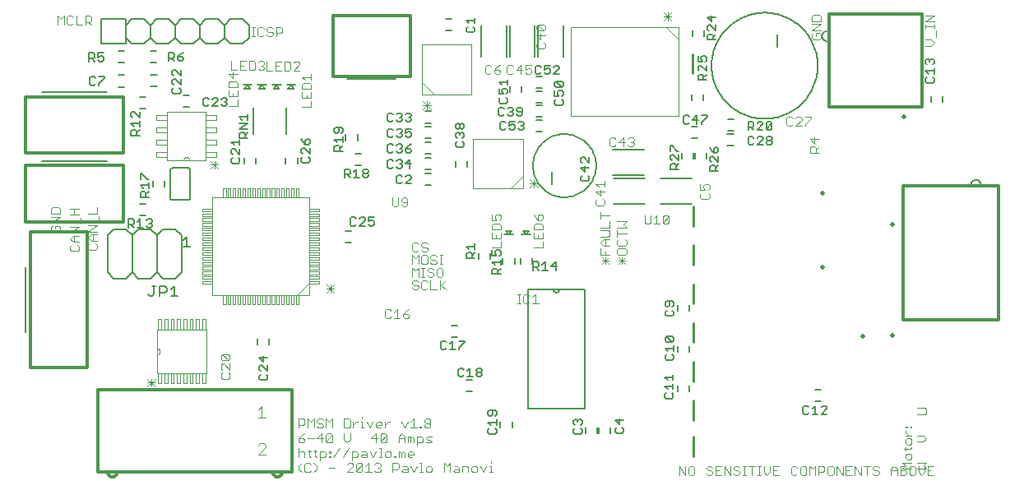
<source format=gto>
G75*
%MOIN*%
%OFA0B0*%
%FSLAX24Y24*%
%IPPOS*%
%LPD*%
%AMOC8*
5,1,8,0,0,1.08239X$1,22.5*
%
%ADD10C,0.0030*%
%ADD11C,0.0100*%
%ADD12C,0.0060*%
%ADD13C,0.0080*%
%ADD14C,0.0040*%
%ADD15C,0.0050*%
%ADD16C,0.0000*%
%ADD17C,0.0197*%
%ADD18C,0.0120*%
%ADD19C,0.0080*%
D10*
X005190Y003871D02*
X005504Y004184D01*
X005504Y004027D02*
X005190Y004027D01*
X005190Y004184D02*
X005504Y003871D01*
X005347Y003871D02*
X005347Y004184D01*
X011322Y002568D02*
X011322Y002197D01*
X011322Y002321D02*
X011508Y002321D01*
X011569Y002382D01*
X011569Y002506D01*
X011508Y002568D01*
X011322Y002568D01*
X011691Y002568D02*
X011814Y002444D01*
X011938Y002568D01*
X011938Y002197D01*
X012059Y002259D02*
X012121Y002197D01*
X012244Y002197D01*
X012306Y002259D01*
X012306Y002321D01*
X012244Y002382D01*
X012121Y002382D01*
X012059Y002444D01*
X012059Y002506D01*
X012121Y002568D01*
X012244Y002568D01*
X012306Y002506D01*
X012427Y002568D02*
X012551Y002444D01*
X012674Y002568D01*
X012674Y002197D01*
X012613Y001968D02*
X012674Y001906D01*
X012427Y001659D01*
X012489Y001597D01*
X012613Y001597D01*
X012674Y001659D01*
X012674Y001906D01*
X012613Y001968D02*
X012489Y001968D01*
X012427Y001906D01*
X012427Y001659D01*
X012306Y001782D02*
X012059Y001782D01*
X012244Y001968D01*
X012244Y001597D01*
X011938Y001782D02*
X011691Y001782D01*
X011569Y001721D02*
X011508Y001782D01*
X011322Y001782D01*
X011322Y001659D01*
X011384Y001597D01*
X011508Y001597D01*
X011569Y001659D01*
X011569Y001721D01*
X011446Y001906D02*
X011322Y001782D01*
X011446Y001906D02*
X011569Y001968D01*
X011691Y002197D02*
X011691Y002568D01*
X012427Y002568D02*
X012427Y002197D01*
X013164Y002197D02*
X013349Y002197D01*
X013411Y002259D01*
X013411Y002506D01*
X013349Y002568D01*
X013164Y002568D01*
X013164Y002197D01*
X013164Y001968D02*
X013164Y001721D01*
X013287Y001597D01*
X013411Y001721D01*
X013411Y001968D01*
X013532Y002197D02*
X013532Y002444D01*
X013532Y002321D02*
X013656Y002444D01*
X013718Y002444D01*
X013839Y002444D02*
X013901Y002444D01*
X013901Y002197D01*
X013839Y002197D02*
X013963Y002197D01*
X014208Y002197D02*
X014332Y002444D01*
X014453Y002382D02*
X014515Y002444D01*
X014638Y002444D01*
X014700Y002382D01*
X014700Y002321D01*
X014453Y002321D01*
X014453Y002382D02*
X014453Y002259D01*
X014515Y002197D01*
X014638Y002197D01*
X014821Y002197D02*
X014821Y002444D01*
X014821Y002321D02*
X014945Y002444D01*
X015007Y002444D01*
X015497Y002444D02*
X015620Y002197D01*
X015744Y002444D01*
X015865Y002444D02*
X015988Y002568D01*
X015988Y002197D01*
X015865Y002197D02*
X016112Y002197D01*
X016233Y002197D02*
X016295Y002197D01*
X016295Y002259D01*
X016233Y002259D01*
X016233Y002197D01*
X016417Y002259D02*
X016417Y002321D01*
X016479Y002382D01*
X016603Y002382D01*
X016664Y002321D01*
X016664Y002259D01*
X016603Y002197D01*
X016479Y002197D01*
X016417Y002259D01*
X016479Y002382D02*
X016417Y002444D01*
X016417Y002506D01*
X016479Y002568D01*
X016603Y002568D01*
X016664Y002506D01*
X016664Y002444D01*
X016603Y002382D01*
X016541Y001844D02*
X016726Y001844D01*
X016664Y001721D02*
X016541Y001721D01*
X016479Y001782D01*
X016541Y001844D01*
X016664Y001721D02*
X016726Y001659D01*
X016664Y001597D01*
X016479Y001597D01*
X016357Y001659D02*
X016357Y001782D01*
X016296Y001844D01*
X016111Y001844D01*
X016111Y001474D01*
X016111Y001597D02*
X016296Y001597D01*
X016357Y001659D01*
X015989Y001597D02*
X015989Y001782D01*
X015927Y001844D01*
X015866Y001782D01*
X015866Y001597D01*
X015742Y001597D02*
X015742Y001844D01*
X015804Y001844D01*
X015866Y001782D01*
X015621Y001782D02*
X015374Y001782D01*
X015374Y001844D02*
X015497Y001968D01*
X015621Y001844D01*
X015621Y001597D01*
X015374Y001597D02*
X015374Y001844D01*
X014884Y001906D02*
X014884Y001659D01*
X014822Y001597D01*
X014699Y001597D01*
X014637Y001659D01*
X014884Y001906D01*
X014822Y001968D01*
X014699Y001968D01*
X014637Y001906D01*
X014637Y001659D01*
X014516Y001782D02*
X014269Y001782D01*
X014454Y001968D01*
X014454Y001597D01*
X014576Y001368D02*
X014638Y001368D01*
X014638Y000997D01*
X014699Y000997D02*
X014576Y000997D01*
X014577Y000768D02*
X014639Y000706D01*
X014639Y000644D01*
X014577Y000582D01*
X014639Y000521D01*
X014639Y000459D01*
X014577Y000397D01*
X014453Y000397D01*
X014392Y000459D01*
X014270Y000397D02*
X014023Y000397D01*
X014147Y000397D02*
X014147Y000768D01*
X014023Y000644D01*
X013902Y000706D02*
X013655Y000459D01*
X013717Y000397D01*
X013840Y000397D01*
X013902Y000459D01*
X013902Y000706D01*
X013840Y000768D01*
X013717Y000768D01*
X013655Y000706D01*
X013655Y000459D01*
X013534Y000397D02*
X013287Y000397D01*
X013534Y000644D01*
X013534Y000706D01*
X013472Y000768D01*
X013349Y000768D01*
X013287Y000706D01*
X013471Y000874D02*
X013471Y001244D01*
X013656Y001244D01*
X013718Y001182D01*
X013718Y001059D01*
X013656Y000997D01*
X013471Y000997D01*
X013103Y000997D02*
X013350Y001368D01*
X012981Y001368D02*
X012734Y000997D01*
X012612Y000997D02*
X012550Y000997D01*
X012550Y001059D01*
X012612Y001059D01*
X012612Y000997D01*
X012612Y001182D02*
X012550Y001182D01*
X012550Y001244D01*
X012612Y001244D01*
X012612Y001182D01*
X012429Y001182D02*
X012429Y001059D01*
X012367Y000997D01*
X012182Y000997D01*
X012060Y000997D02*
X011998Y001059D01*
X011998Y001306D01*
X011936Y001244D02*
X012060Y001244D01*
X012182Y001244D02*
X012367Y001244D01*
X012429Y001182D01*
X012182Y001244D02*
X012182Y000874D01*
X012060Y000644D02*
X011936Y000768D01*
X011815Y000706D02*
X011753Y000768D01*
X011630Y000768D01*
X011568Y000706D01*
X011568Y000459D01*
X011630Y000397D01*
X011753Y000397D01*
X011815Y000459D01*
X011936Y000397D02*
X012060Y000521D01*
X012060Y000644D01*
X012550Y000582D02*
X012797Y000582D01*
X013839Y001059D02*
X013901Y001121D01*
X014086Y001121D01*
X014086Y001182D02*
X014086Y000997D01*
X013901Y000997D01*
X013839Y001059D01*
X013901Y001244D02*
X014024Y001244D01*
X014086Y001182D01*
X014208Y001244D02*
X014331Y000997D01*
X014454Y001244D01*
X014821Y001182D02*
X014821Y001059D01*
X014883Y000997D01*
X015007Y000997D01*
X015068Y001059D01*
X015068Y001182D01*
X015007Y001244D01*
X014883Y001244D01*
X014821Y001182D01*
X015190Y001059D02*
X015251Y001059D01*
X015251Y000997D01*
X015190Y000997D01*
X015190Y001059D01*
X015374Y000997D02*
X015374Y001244D01*
X015436Y001244D01*
X015497Y001182D01*
X015559Y001244D01*
X015621Y001182D01*
X015621Y000997D01*
X015497Y000997D02*
X015497Y001182D01*
X015742Y001182D02*
X015742Y001059D01*
X015804Y000997D01*
X015927Y000997D01*
X015989Y001121D02*
X015742Y001121D01*
X015742Y001182D02*
X015804Y001244D01*
X015927Y001244D01*
X015989Y001182D01*
X015989Y001121D01*
X016233Y000768D02*
X016295Y000768D01*
X016295Y000397D01*
X016233Y000397D02*
X016357Y000397D01*
X016479Y000459D02*
X016541Y000397D01*
X016664Y000397D01*
X016726Y000459D01*
X016726Y000582D01*
X016664Y000644D01*
X016541Y000644D01*
X016479Y000582D01*
X016479Y000459D01*
X016112Y000644D02*
X015988Y000397D01*
X015865Y000644D01*
X015744Y000582D02*
X015744Y000397D01*
X015558Y000397D01*
X015497Y000459D01*
X015558Y000521D01*
X015744Y000521D01*
X015744Y000582D02*
X015682Y000644D01*
X015558Y000644D01*
X015375Y000582D02*
X015314Y000521D01*
X015128Y000521D01*
X015128Y000397D02*
X015128Y000768D01*
X015314Y000768D01*
X015375Y000706D01*
X015375Y000582D01*
X014577Y000582D02*
X014515Y000582D01*
X014392Y000706D02*
X014453Y000768D01*
X014577Y000768D01*
X014208Y002197D02*
X014085Y002444D01*
X013901Y002568D02*
X013901Y002629D01*
X011814Y001244D02*
X011691Y001244D01*
X011753Y001306D02*
X011753Y001059D01*
X011814Y000997D01*
X011569Y000997D02*
X011569Y001182D01*
X011508Y001244D01*
X011384Y001244D01*
X011322Y001182D01*
X011322Y000997D02*
X011322Y001368D01*
X011446Y000768D02*
X011322Y000644D01*
X011322Y000521D01*
X011446Y000397D01*
X017216Y000397D02*
X017216Y000768D01*
X017339Y000644D01*
X017462Y000768D01*
X017462Y000397D01*
X017584Y000459D02*
X017646Y000521D01*
X017831Y000521D01*
X017831Y000582D02*
X017831Y000397D01*
X017646Y000397D01*
X017584Y000459D01*
X017646Y000644D02*
X017769Y000644D01*
X017831Y000582D01*
X017952Y000644D02*
X018137Y000644D01*
X018199Y000582D01*
X018199Y000397D01*
X018320Y000459D02*
X018382Y000397D01*
X018506Y000397D01*
X018567Y000459D01*
X018567Y000582D01*
X018506Y000644D01*
X018382Y000644D01*
X018320Y000582D01*
X018320Y000459D01*
X017952Y000397D02*
X017952Y000644D01*
X018689Y000644D02*
X018812Y000397D01*
X018936Y000644D01*
X019057Y000644D02*
X019119Y000644D01*
X019119Y000397D01*
X019057Y000397D02*
X019181Y000397D01*
X019119Y000768D02*
X019119Y000829D01*
X026741Y000651D02*
X026741Y000281D01*
X026988Y000281D02*
X026741Y000651D01*
X026988Y000651D02*
X026988Y000281D01*
X027110Y000342D02*
X027171Y000281D01*
X027295Y000281D01*
X027356Y000342D01*
X027356Y000589D01*
X027295Y000651D01*
X027171Y000651D01*
X027110Y000589D01*
X027110Y000342D01*
X027846Y000342D02*
X027908Y000281D01*
X028031Y000281D01*
X028093Y000342D01*
X028093Y000404D01*
X028031Y000466D01*
X027908Y000466D01*
X027846Y000528D01*
X027846Y000589D01*
X027908Y000651D01*
X028031Y000651D01*
X028093Y000589D01*
X028214Y000651D02*
X028214Y000281D01*
X028461Y000281D01*
X028583Y000281D02*
X028583Y000651D01*
X028830Y000281D01*
X028830Y000651D01*
X028951Y000589D02*
X028951Y000528D01*
X029013Y000466D01*
X029136Y000466D01*
X029198Y000404D01*
X029198Y000342D01*
X029136Y000281D01*
X029013Y000281D01*
X028951Y000342D01*
X028951Y000589D02*
X029013Y000651D01*
X029136Y000651D01*
X029198Y000589D01*
X029319Y000651D02*
X029443Y000651D01*
X029381Y000651D02*
X029381Y000281D01*
X029319Y000281D02*
X029443Y000281D01*
X029688Y000281D02*
X029688Y000651D01*
X029565Y000651D02*
X029812Y000651D01*
X029933Y000651D02*
X030057Y000651D01*
X029995Y000651D02*
X029995Y000281D01*
X029933Y000281D02*
X030057Y000281D01*
X030179Y000404D02*
X030302Y000281D01*
X030426Y000404D01*
X030426Y000651D01*
X030547Y000651D02*
X030547Y000281D01*
X030794Y000281D01*
X030671Y000466D02*
X030547Y000466D01*
X030547Y000651D02*
X030794Y000651D01*
X031284Y000589D02*
X031284Y000342D01*
X031345Y000281D01*
X031469Y000281D01*
X031531Y000342D01*
X031652Y000342D02*
X031652Y000589D01*
X031714Y000651D01*
X031837Y000651D01*
X031899Y000589D01*
X031899Y000342D01*
X031837Y000281D01*
X031714Y000281D01*
X031652Y000342D01*
X031531Y000589D02*
X031469Y000651D01*
X031345Y000651D01*
X031284Y000589D01*
X032020Y000651D02*
X032020Y000281D01*
X032267Y000281D02*
X032267Y000651D01*
X032144Y000528D01*
X032020Y000651D01*
X032389Y000651D02*
X032389Y000281D01*
X032389Y000404D02*
X032574Y000404D01*
X032636Y000466D01*
X032636Y000589D01*
X032574Y000651D01*
X032389Y000651D01*
X032757Y000589D02*
X032757Y000342D01*
X032819Y000281D01*
X032942Y000281D01*
X033004Y000342D01*
X033004Y000589D01*
X032942Y000651D01*
X032819Y000651D01*
X032757Y000589D01*
X033125Y000651D02*
X033125Y000281D01*
X033372Y000281D02*
X033125Y000651D01*
X033372Y000651D02*
X033372Y000281D01*
X033494Y000281D02*
X033741Y000281D01*
X033862Y000281D02*
X033862Y000651D01*
X034109Y000281D01*
X034109Y000651D01*
X034230Y000651D02*
X034477Y000651D01*
X034354Y000651D02*
X034354Y000281D01*
X034599Y000342D02*
X034660Y000281D01*
X034784Y000281D01*
X034845Y000342D01*
X034845Y000404D01*
X034784Y000466D01*
X034660Y000466D01*
X034599Y000528D01*
X034599Y000589D01*
X034660Y000651D01*
X034784Y000651D01*
X034845Y000589D01*
X035335Y000528D02*
X035335Y000281D01*
X035335Y000466D02*
X035582Y000466D01*
X035582Y000528D02*
X035582Y000281D01*
X035704Y000281D02*
X035889Y000281D01*
X035950Y000342D01*
X035950Y000404D01*
X035889Y000466D01*
X035704Y000466D01*
X035795Y000540D02*
X035918Y000663D01*
X035795Y000786D01*
X036165Y000786D01*
X036103Y000908D02*
X035980Y000908D01*
X035918Y000970D01*
X035918Y001093D01*
X035980Y001155D01*
X036103Y001155D01*
X036165Y001093D01*
X036165Y000970D01*
X036103Y000908D01*
X036395Y000786D02*
X036765Y000786D01*
X036641Y000663D01*
X036765Y000540D01*
X036395Y000540D01*
X036319Y000589D02*
X036319Y000342D01*
X036257Y000281D01*
X036134Y000281D01*
X036072Y000342D01*
X036072Y000589D01*
X036134Y000651D01*
X036257Y000651D01*
X036319Y000589D01*
X036440Y000651D02*
X036440Y000404D01*
X036564Y000281D01*
X036687Y000404D01*
X036687Y000651D01*
X036808Y000651D02*
X036808Y000281D01*
X037055Y000281D01*
X036932Y000466D02*
X036808Y000466D01*
X036808Y000651D02*
X037055Y000651D01*
X036165Y000540D02*
X035795Y000540D01*
X035889Y000466D02*
X035950Y000528D01*
X035950Y000589D01*
X035889Y000651D01*
X035704Y000651D01*
X035704Y000281D01*
X035582Y000528D02*
X035459Y000651D01*
X035335Y000528D01*
X035918Y001276D02*
X035918Y001400D01*
X035856Y001338D02*
X036103Y001338D01*
X036165Y001400D01*
X036103Y001522D02*
X036165Y001583D01*
X036165Y001707D01*
X036103Y001769D01*
X035980Y001769D01*
X035918Y001707D01*
X035918Y001583D01*
X035980Y001522D01*
X036103Y001522D01*
X036395Y001644D02*
X036641Y001644D01*
X036765Y001768D01*
X036641Y001891D01*
X036395Y001891D01*
X036165Y001890D02*
X035918Y001890D01*
X035918Y002013D02*
X035918Y002075D01*
X035918Y002013D02*
X036041Y001890D01*
X035980Y002197D02*
X035918Y002197D01*
X035918Y002259D01*
X035980Y002259D01*
X035980Y002197D01*
X036103Y002197D02*
X036103Y002259D01*
X036165Y002259D01*
X036165Y002197D01*
X036103Y002197D01*
X036395Y002749D02*
X036703Y002749D01*
X036765Y002811D01*
X036765Y002935D01*
X036703Y002996D01*
X036395Y002996D01*
X033741Y000651D02*
X033494Y000651D01*
X033494Y000281D01*
X033494Y000466D02*
X033617Y000466D01*
X030179Y000404D02*
X030179Y000651D01*
X028461Y000651D02*
X028214Y000651D01*
X028214Y000466D02*
X028338Y000466D01*
X021045Y007246D02*
X020799Y007246D01*
X020922Y007246D02*
X020922Y007616D01*
X020799Y007493D01*
X020677Y007554D02*
X020615Y007616D01*
X020492Y007616D01*
X020430Y007554D01*
X020430Y007307D01*
X020492Y007246D01*
X020615Y007246D01*
X020677Y007307D01*
X020308Y007246D02*
X020185Y007246D01*
X020246Y007246D02*
X020246Y007616D01*
X020185Y007616D02*
X020308Y007616D01*
X017285Y007803D02*
X017099Y007988D01*
X017038Y007926D02*
X017285Y008173D01*
X017100Y008315D02*
X017162Y008376D01*
X017162Y008623D01*
X017100Y008685D01*
X016977Y008685D01*
X016915Y008623D01*
X016915Y008376D01*
X016977Y008315D01*
X017100Y008315D01*
X017038Y008173D02*
X017038Y007803D01*
X016916Y007803D02*
X016669Y007803D01*
X016669Y008173D01*
X016548Y008111D02*
X016486Y008173D01*
X016363Y008173D01*
X016301Y008111D01*
X016301Y007865D01*
X016363Y007803D01*
X016486Y007803D01*
X016548Y007865D01*
X016180Y007865D02*
X016118Y007803D01*
X015994Y007803D01*
X015933Y007865D01*
X015994Y007988D02*
X015933Y008050D01*
X015933Y008111D01*
X015994Y008173D01*
X016118Y008173D01*
X016180Y008111D01*
X016118Y007988D02*
X016180Y007926D01*
X016180Y007865D01*
X016118Y007988D02*
X015994Y007988D01*
X015933Y008315D02*
X015933Y008685D01*
X016056Y008561D01*
X016180Y008685D01*
X016180Y008315D01*
X016301Y008315D02*
X016424Y008315D01*
X016363Y008315D02*
X016363Y008685D01*
X016424Y008685D02*
X016301Y008685D01*
X016363Y008826D02*
X016486Y008826D01*
X016548Y008888D01*
X016548Y009135D01*
X016486Y009197D01*
X016363Y009197D01*
X016301Y009135D01*
X016301Y008888D01*
X016363Y008826D01*
X016180Y008826D02*
X016180Y009197D01*
X016056Y009073D01*
X015933Y009197D01*
X015933Y008826D01*
X016547Y008623D02*
X016547Y008561D01*
X016608Y008500D01*
X016732Y008500D01*
X016793Y008438D01*
X016793Y008376D01*
X016732Y008315D01*
X016608Y008315D01*
X016547Y008376D01*
X016547Y008623D02*
X016608Y008685D01*
X016732Y008685D01*
X016793Y008623D01*
X016855Y008826D02*
X016731Y008826D01*
X016669Y008888D01*
X016731Y009012D02*
X016855Y009012D01*
X016916Y008950D01*
X016916Y008888D01*
X016855Y008826D01*
X017038Y008826D02*
X017161Y008826D01*
X017099Y008826D02*
X017099Y009197D01*
X017038Y009197D02*
X017161Y009197D01*
X016916Y009135D02*
X016855Y009197D01*
X016731Y009197D01*
X016669Y009135D01*
X016669Y009073D01*
X016731Y009012D01*
X016486Y009338D02*
X016363Y009338D01*
X016301Y009400D01*
X016180Y009400D02*
X016118Y009338D01*
X015994Y009338D01*
X015933Y009400D01*
X015933Y009647D01*
X015994Y009709D01*
X016118Y009709D01*
X016180Y009647D01*
X016301Y009647D02*
X016301Y009585D01*
X016363Y009523D01*
X016486Y009523D01*
X016548Y009462D01*
X016548Y009400D01*
X016486Y009338D01*
X016548Y009647D02*
X016486Y009709D01*
X016363Y009709D01*
X016301Y009647D01*
X019151Y009504D02*
X019521Y009504D01*
X019521Y009750D01*
X019521Y009872D02*
X019151Y009872D01*
X019151Y010119D01*
X019151Y010240D02*
X019151Y010425D01*
X019213Y010487D01*
X019460Y010487D01*
X019521Y010425D01*
X019521Y010240D01*
X019151Y010240D01*
X019336Y009995D02*
X019336Y009872D01*
X019521Y009872D02*
X019521Y010119D01*
X019460Y010608D02*
X019521Y010670D01*
X019521Y010794D01*
X019460Y010855D01*
X019336Y010855D01*
X019275Y010794D01*
X019275Y010732D01*
X019336Y010608D01*
X019151Y010608D01*
X019151Y010855D01*
X020844Y010855D02*
X020906Y010732D01*
X021029Y010608D01*
X021029Y010794D01*
X021091Y010855D01*
X021153Y010855D01*
X021214Y010794D01*
X021214Y010670D01*
X021153Y010608D01*
X021029Y010608D01*
X020906Y010487D02*
X020844Y010425D01*
X020844Y010240D01*
X021214Y010240D01*
X021214Y010425D01*
X021153Y010487D01*
X020906Y010487D01*
X020844Y010119D02*
X020844Y009872D01*
X021214Y009872D01*
X021214Y010119D01*
X021029Y009995D02*
X021029Y009872D01*
X021214Y009750D02*
X021214Y009504D01*
X020844Y009504D01*
X023564Y009461D02*
X023564Y009214D01*
X023934Y009214D01*
X023872Y009093D02*
X023626Y008846D01*
X023749Y008846D02*
X023749Y009093D01*
X023749Y009214D02*
X023749Y009338D01*
X023749Y009583D02*
X023749Y009830D01*
X023687Y009830D02*
X023934Y009830D01*
X023872Y009951D02*
X023934Y010013D01*
X023934Y010136D01*
X023872Y010198D01*
X023564Y010198D01*
X023564Y010319D02*
X023934Y010319D01*
X023934Y010566D01*
X023934Y010811D02*
X023564Y010811D01*
X023564Y010688D02*
X023564Y010935D01*
X023662Y011225D02*
X023415Y011225D01*
X023354Y011287D01*
X023354Y011411D01*
X023415Y011472D01*
X023539Y011594D02*
X023539Y011841D01*
X023477Y011962D02*
X023354Y012085D01*
X023724Y012085D01*
X023724Y011962D02*
X023724Y012209D01*
X023724Y011779D02*
X023354Y011779D01*
X023539Y011594D01*
X023662Y011472D02*
X023724Y011411D01*
X023724Y011287D01*
X023662Y011225D01*
X024233Y010566D02*
X024604Y010566D01*
X024480Y010443D01*
X024604Y010319D01*
X024233Y010319D01*
X024233Y010198D02*
X024233Y009951D01*
X024233Y010074D02*
X024604Y010074D01*
X024542Y009830D02*
X024604Y009768D01*
X024604Y009644D01*
X024542Y009583D01*
X024295Y009583D01*
X024233Y009644D01*
X024233Y009768D01*
X024295Y009830D01*
X023934Y009583D02*
X023687Y009583D01*
X023564Y009706D01*
X023687Y009830D01*
X023564Y009951D02*
X023872Y009951D01*
X024295Y009461D02*
X024233Y009400D01*
X024233Y009276D01*
X024295Y009214D01*
X024542Y009214D01*
X024604Y009276D01*
X024604Y009400D01*
X024542Y009461D01*
X024295Y009461D01*
X024295Y009093D02*
X024542Y008846D01*
X024542Y008970D02*
X024295Y008970D01*
X024295Y008846D02*
X024542Y009093D01*
X024418Y009093D02*
X024418Y008846D01*
X023872Y008846D02*
X023626Y009093D01*
X023626Y008970D02*
X023872Y008970D01*
X027599Y011526D02*
X027661Y011464D01*
X027908Y011464D01*
X027970Y011526D01*
X027970Y011649D01*
X027908Y011711D01*
X027908Y011833D02*
X027970Y011894D01*
X027970Y012018D01*
X027908Y012079D01*
X027784Y012079D01*
X027723Y012018D01*
X027723Y011956D01*
X027784Y011833D01*
X027599Y011833D01*
X027599Y012079D01*
X027661Y011711D02*
X027599Y011649D01*
X027599Y011526D01*
X024906Y013665D02*
X024844Y013604D01*
X024721Y013604D01*
X024659Y013665D01*
X024537Y013789D02*
X024291Y013789D01*
X024476Y013974D01*
X024476Y013604D01*
X024169Y013665D02*
X024107Y013604D01*
X023984Y013604D01*
X023922Y013665D01*
X023922Y013912D01*
X023984Y013974D01*
X024107Y013974D01*
X024169Y013912D01*
X024659Y013912D02*
X024721Y013974D01*
X024844Y013974D01*
X024906Y013912D01*
X024906Y013850D01*
X024844Y013789D01*
X024906Y013727D01*
X024906Y013665D01*
X024844Y013789D02*
X024782Y013789D01*
X021007Y012273D02*
X020693Y011959D01*
X020693Y012116D02*
X021007Y012116D01*
X021007Y011959D02*
X020693Y012273D01*
X020850Y012273D02*
X020850Y011959D01*
X016682Y015120D02*
X016368Y015433D01*
X016368Y015277D02*
X016682Y015277D01*
X016682Y015433D02*
X016368Y015120D01*
X016525Y015120D02*
X016525Y015433D01*
X018877Y016598D02*
X018877Y016845D01*
X018939Y016907D01*
X019062Y016907D01*
X019124Y016845D01*
X019246Y016722D02*
X019246Y016598D01*
X019307Y016537D01*
X019431Y016537D01*
X019492Y016598D01*
X019492Y016660D01*
X019431Y016722D01*
X019246Y016722D01*
X019369Y016845D01*
X019492Y016907D01*
X019769Y016845D02*
X019769Y016598D01*
X019830Y016537D01*
X019954Y016537D01*
X020016Y016598D01*
X020137Y016722D02*
X020384Y016722D01*
X020505Y016722D02*
X020505Y016907D01*
X020752Y016907D01*
X020691Y016784D02*
X020752Y016722D01*
X020752Y016598D01*
X020691Y016537D01*
X020567Y016537D01*
X020505Y016598D01*
X020505Y016722D02*
X020629Y016784D01*
X020691Y016784D01*
X020322Y016907D02*
X020322Y016537D01*
X020137Y016722D02*
X020322Y016907D01*
X020016Y016845D02*
X019954Y016907D01*
X019830Y016907D01*
X019769Y016845D01*
X019124Y016598D02*
X019062Y016537D01*
X018939Y016537D01*
X018877Y016598D01*
X020946Y017628D02*
X021008Y017567D01*
X021254Y017567D01*
X021316Y017628D01*
X021316Y017752D01*
X021254Y017813D01*
X021131Y017935D02*
X021131Y018182D01*
X021254Y018303D02*
X021008Y018303D01*
X020946Y018365D01*
X020946Y018488D01*
X021008Y018550D01*
X021254Y018303D01*
X021316Y018365D01*
X021316Y018488D01*
X021254Y018550D01*
X021008Y018550D01*
X020946Y018120D02*
X021131Y017935D01*
X021008Y017813D02*
X020946Y017752D01*
X020946Y017628D01*
X020946Y018120D02*
X021316Y018120D01*
X026121Y018722D02*
X026435Y019035D01*
X026435Y018878D02*
X026121Y018878D01*
X026121Y019035D02*
X026435Y018722D01*
X026278Y018722D02*
X026278Y019035D01*
X032114Y018872D02*
X032114Y018686D01*
X032484Y018686D01*
X032484Y018872D01*
X032422Y018933D01*
X032175Y018933D01*
X032114Y018872D01*
X032114Y018565D02*
X032484Y018565D01*
X032114Y018318D01*
X032484Y018318D01*
X032422Y018197D02*
X032299Y018197D01*
X032299Y018073D01*
X032422Y017950D02*
X032175Y017950D01*
X032114Y018012D01*
X032114Y018135D01*
X032175Y018197D01*
X032422Y018197D02*
X032484Y018135D01*
X032484Y018012D01*
X032422Y017950D01*
X036708Y017935D02*
X036955Y017935D01*
X037078Y017812D01*
X036955Y017689D01*
X036708Y017689D01*
X037140Y018057D02*
X037140Y018304D01*
X037078Y018425D02*
X037078Y018549D01*
X037078Y018487D02*
X036708Y018487D01*
X036708Y018425D02*
X036708Y018549D01*
X036708Y018671D02*
X037078Y018918D01*
X036708Y018918D01*
X036708Y018671D02*
X037078Y018671D01*
X032084Y014813D02*
X031837Y014813D01*
X031716Y014751D02*
X031654Y014813D01*
X031531Y014813D01*
X031469Y014751D01*
X031347Y014751D02*
X031286Y014813D01*
X031162Y014813D01*
X031101Y014751D01*
X031101Y014504D01*
X031162Y014442D01*
X031286Y014442D01*
X031347Y014504D01*
X031469Y014442D02*
X031716Y014689D01*
X031716Y014751D01*
X031837Y014504D02*
X031837Y014442D01*
X031837Y014504D02*
X032084Y014751D01*
X032084Y014813D01*
X031716Y014442D02*
X031469Y014442D01*
X032037Y013902D02*
X032222Y013717D01*
X032222Y013964D01*
X032407Y013902D02*
X032037Y013902D01*
X032098Y013596D02*
X032222Y013596D01*
X032284Y013534D01*
X032284Y013349D01*
X032407Y013349D02*
X032037Y013349D01*
X032037Y013534D01*
X032098Y013596D01*
X032284Y013472D02*
X032407Y013596D01*
X012761Y007996D02*
X012447Y007682D01*
X012604Y007682D02*
X012604Y007996D01*
X012447Y007996D02*
X012761Y007682D01*
X012761Y007839D02*
X012447Y007839D01*
X008065Y012709D02*
X007751Y013022D01*
X007751Y012866D02*
X008065Y012866D01*
X008065Y013022D02*
X007751Y012709D01*
X007908Y012709D02*
X007908Y013022D01*
X008471Y015259D02*
X008841Y015259D01*
X008841Y015506D01*
X008841Y015627D02*
X008471Y015627D01*
X008471Y015874D01*
X008471Y015995D02*
X008471Y016180D01*
X008533Y016242D01*
X008780Y016242D01*
X008841Y016180D01*
X008841Y015995D01*
X008471Y015995D01*
X008656Y015750D02*
X008656Y015627D01*
X008841Y015627D02*
X008841Y015874D01*
X008656Y016364D02*
X008656Y016611D01*
X008578Y016694D02*
X008825Y016694D01*
X008947Y016694D02*
X009194Y016694D01*
X009315Y016694D02*
X009315Y017064D01*
X009500Y017064D01*
X009562Y017003D01*
X009562Y016756D01*
X009500Y016694D01*
X009315Y016694D01*
X009070Y016879D02*
X008947Y016879D01*
X008947Y017064D02*
X008947Y016694D01*
X008841Y016549D02*
X008471Y016549D01*
X008656Y016364D01*
X008578Y016694D02*
X008578Y017064D01*
X008947Y017064D02*
X009194Y017064D01*
X009683Y017003D02*
X009745Y017064D01*
X009868Y017064D01*
X009930Y017003D01*
X009930Y016941D01*
X009868Y016879D01*
X009930Y016818D01*
X009930Y016756D01*
X009868Y016694D01*
X009745Y016694D01*
X009683Y016756D01*
X009807Y016879D02*
X009868Y016879D01*
X010011Y017057D02*
X010011Y016686D01*
X010258Y016686D01*
X010380Y016686D02*
X010627Y016686D01*
X010748Y016686D02*
X010933Y016686D01*
X010995Y016748D01*
X010995Y016995D01*
X010933Y017057D01*
X010748Y017057D01*
X010748Y016686D01*
X010503Y016871D02*
X010380Y016871D01*
X010380Y016686D02*
X010380Y017057D01*
X010627Y017057D01*
X011116Y016995D02*
X011178Y017057D01*
X011302Y017057D01*
X011363Y016995D01*
X011363Y016933D01*
X011116Y016686D01*
X011363Y016686D01*
X011454Y016425D02*
X011825Y016425D01*
X011825Y016548D02*
X011825Y016301D01*
X011763Y016180D02*
X011516Y016180D01*
X011454Y016118D01*
X011454Y015933D01*
X011825Y015933D01*
X011825Y016118D01*
X011763Y016180D01*
X011578Y016301D02*
X011454Y016425D01*
X011454Y015812D02*
X011454Y015565D01*
X011825Y015565D01*
X011825Y015812D01*
X011639Y015688D02*
X011639Y015565D01*
X011825Y015443D02*
X011825Y015196D01*
X011454Y015196D01*
X010403Y018072D02*
X010403Y018442D01*
X010588Y018442D01*
X010650Y018381D01*
X010650Y018257D01*
X010588Y018196D01*
X010403Y018196D01*
X010282Y018196D02*
X010282Y018134D01*
X010220Y018072D01*
X010096Y018072D01*
X010035Y018134D01*
X009913Y018134D02*
X009852Y018072D01*
X009728Y018072D01*
X009666Y018134D01*
X009666Y018381D01*
X009728Y018442D01*
X009852Y018442D01*
X009913Y018381D01*
X010035Y018381D02*
X010096Y018442D01*
X010220Y018442D01*
X010282Y018381D01*
X010220Y018257D02*
X010282Y018196D01*
X010220Y018257D02*
X010096Y018257D01*
X010035Y018319D01*
X010035Y018381D01*
X009544Y018442D02*
X009421Y018442D01*
X009483Y018442D02*
X009483Y018072D01*
X009544Y018072D02*
X009421Y018072D01*
X002918Y018531D02*
X002795Y018655D01*
X002857Y018655D02*
X002672Y018655D01*
X002672Y018531D02*
X002672Y018901D01*
X002857Y018901D01*
X002918Y018840D01*
X002918Y018716D01*
X002857Y018655D01*
X002550Y018531D02*
X002303Y018531D01*
X002303Y018901D01*
X002182Y018840D02*
X002120Y018901D01*
X001997Y018901D01*
X001935Y018840D01*
X001935Y018593D01*
X001997Y018531D01*
X002120Y018531D01*
X002182Y018593D01*
X001813Y018531D02*
X001813Y018901D01*
X001690Y018778D01*
X001567Y018901D01*
X001567Y018531D01*
X001584Y011126D02*
X001337Y011126D01*
X001275Y011065D01*
X001275Y010879D01*
X001645Y010879D01*
X001645Y011065D01*
X001584Y011126D01*
X001645Y010758D02*
X001275Y010758D01*
X001275Y010511D02*
X001645Y010758D01*
X001645Y010511D02*
X001275Y010511D01*
X001337Y010390D02*
X001275Y010328D01*
X001275Y010204D01*
X001337Y010143D01*
X001584Y010143D01*
X001645Y010204D01*
X001645Y010328D01*
X001584Y010390D01*
X001460Y010390D01*
X001460Y010266D01*
X002048Y010345D02*
X002418Y010345D01*
X002048Y010098D01*
X002418Y010098D01*
X002418Y009977D02*
X002172Y009977D01*
X002048Y009854D01*
X002172Y009730D01*
X002418Y009730D01*
X002357Y009609D02*
X002418Y009547D01*
X002418Y009424D01*
X002357Y009362D01*
X002110Y009362D01*
X002048Y009424D01*
X002048Y009547D01*
X002110Y009609D01*
X002233Y009730D02*
X002233Y009977D01*
X002788Y009909D02*
X002912Y010032D01*
X003159Y010032D01*
X003159Y010154D02*
X002788Y010154D01*
X003159Y010400D01*
X002788Y010400D01*
X002480Y010467D02*
X002480Y010714D01*
X002418Y010835D02*
X002048Y010835D01*
X002233Y010835D02*
X002233Y011082D01*
X002048Y011082D02*
X002418Y011082D01*
X002788Y010890D02*
X003159Y010890D01*
X003159Y011137D01*
X003220Y010769D02*
X003220Y010522D01*
X002973Y010032D02*
X002973Y009785D01*
X002912Y009785D02*
X002788Y009909D01*
X002912Y009785D02*
X003159Y009785D01*
X003097Y009664D02*
X003159Y009602D01*
X003159Y009479D01*
X003097Y009417D01*
X002850Y009417D01*
X002788Y009479D01*
X002788Y009602D01*
X002850Y009664D01*
D11*
X027315Y009599D02*
X027315Y008811D01*
X027315Y008024D02*
X027315Y007237D01*
X027315Y006449D02*
X027315Y005662D01*
X027315Y004874D02*
X027315Y004087D01*
X027315Y003300D02*
X027315Y002512D01*
X027315Y001843D02*
X027315Y001056D01*
X027315Y010386D02*
X027315Y011174D01*
X027296Y016567D02*
X027296Y017355D01*
D12*
X027506Y017261D02*
X027506Y017034D01*
X027676Y017034D01*
X027619Y017147D01*
X027619Y017204D01*
X027676Y017261D01*
X027789Y017261D01*
X027846Y017204D01*
X027846Y017091D01*
X027789Y017034D01*
X027846Y016892D02*
X027846Y016666D01*
X027619Y016892D01*
X027563Y016892D01*
X027506Y016836D01*
X027506Y016722D01*
X027563Y016666D01*
X027563Y016524D02*
X027676Y016524D01*
X027733Y016467D01*
X027733Y016297D01*
X027846Y016297D02*
X027506Y016297D01*
X027506Y016467D01*
X027563Y016524D01*
X027733Y016411D02*
X027846Y016524D01*
X027729Y015701D02*
X027729Y015465D01*
X027256Y015465D02*
X027256Y015701D01*
X027097Y014861D02*
X026984Y014861D01*
X026927Y014804D01*
X026927Y014577D01*
X026984Y014521D01*
X027097Y014521D01*
X027154Y014577D01*
X027296Y014691D02*
X027522Y014691D01*
X027466Y014861D02*
X027296Y014691D01*
X027154Y014804D02*
X027097Y014861D01*
X027466Y014861D02*
X027466Y014521D01*
X027473Y014402D02*
X027237Y014402D01*
X027664Y014521D02*
X027664Y014577D01*
X027891Y014804D01*
X027891Y014861D01*
X027664Y014861D01*
X028717Y014709D02*
X028953Y014709D01*
X029537Y014609D02*
X029708Y014609D01*
X029764Y014552D01*
X029764Y014439D01*
X029708Y014382D01*
X029537Y014382D01*
X029537Y014269D02*
X029537Y014609D01*
X029651Y014382D02*
X029764Y014269D01*
X029906Y014269D02*
X030133Y014496D01*
X030133Y014552D01*
X030076Y014609D01*
X029963Y014609D01*
X029906Y014552D01*
X029906Y014269D02*
X030133Y014269D01*
X030274Y014325D02*
X030501Y014552D01*
X030501Y014325D01*
X030444Y014269D01*
X030331Y014269D01*
X030274Y014325D01*
X030274Y014552D01*
X030331Y014609D01*
X030444Y014609D01*
X030501Y014552D01*
X030448Y014011D02*
X030335Y014011D01*
X030278Y013954D01*
X030278Y013897D01*
X030335Y013840D01*
X030448Y013840D01*
X030505Y013784D01*
X030505Y013727D01*
X030448Y013670D01*
X030335Y013670D01*
X030278Y013727D01*
X030278Y013784D01*
X030335Y013840D01*
X030448Y013840D02*
X030505Y013897D01*
X030505Y013954D01*
X030448Y014011D01*
X030137Y013954D02*
X030080Y014011D01*
X029966Y014011D01*
X029910Y013954D01*
X029768Y013954D02*
X029712Y014011D01*
X029598Y014011D01*
X029541Y013954D01*
X029541Y013727D01*
X029598Y013670D01*
X029712Y013670D01*
X029768Y013727D01*
X029910Y013670D02*
X030137Y013897D01*
X030137Y013954D01*
X030137Y013670D02*
X029910Y013670D01*
X028937Y013646D02*
X028701Y013646D01*
X028325Y013510D02*
X028269Y013567D01*
X028212Y013567D01*
X028155Y013510D01*
X028155Y013340D01*
X028269Y013340D01*
X028325Y013397D01*
X028325Y013510D01*
X028155Y013340D02*
X028042Y013453D01*
X027985Y013567D01*
X027867Y013339D02*
X027867Y013103D01*
X027985Y013142D02*
X027985Y013028D01*
X028042Y012972D01*
X028042Y012830D02*
X028155Y012830D01*
X028212Y012774D01*
X028212Y012603D01*
X028325Y012603D02*
X027985Y012603D01*
X027985Y012774D01*
X028042Y012830D01*
X028212Y012717D02*
X028325Y012830D01*
X028325Y012972D02*
X028098Y013199D01*
X028042Y013199D01*
X027985Y013142D01*
X028325Y013199D02*
X028325Y012972D01*
X027394Y013103D02*
X027394Y013339D01*
X027315Y013339D02*
X027315Y013103D01*
X026843Y013103D02*
X026843Y013339D01*
X026724Y013270D02*
X026724Y013044D01*
X026497Y013270D01*
X026441Y013270D01*
X026384Y013214D01*
X026384Y013100D01*
X026441Y013044D01*
X026441Y012902D02*
X026554Y012902D01*
X026611Y012845D01*
X026611Y012675D01*
X026724Y012675D02*
X026384Y012675D01*
X026384Y012845D01*
X026441Y012902D01*
X026611Y012789D02*
X026724Y012902D01*
X026724Y013412D02*
X026667Y013412D01*
X026441Y013639D01*
X026384Y013639D01*
X026384Y013412D01*
X027237Y013930D02*
X027473Y013930D01*
X028701Y014119D02*
X028937Y014119D01*
X028953Y014237D02*
X028717Y014237D01*
X023099Y013161D02*
X023099Y012935D01*
X022872Y013161D01*
X022816Y013161D01*
X022759Y013105D01*
X022759Y012991D01*
X022816Y012935D01*
X022929Y012793D02*
X022929Y012566D01*
X022759Y012736D01*
X023099Y012736D01*
X023042Y012425D02*
X023099Y012368D01*
X023099Y012255D01*
X023042Y012198D01*
X022816Y012198D01*
X022759Y012255D01*
X022759Y012368D01*
X022816Y012425D01*
X021174Y014205D02*
X020937Y014205D01*
X020450Y014341D02*
X020393Y014285D01*
X020280Y014285D01*
X020223Y014341D01*
X020081Y014341D02*
X020025Y014285D01*
X019911Y014285D01*
X019855Y014341D01*
X019855Y014455D02*
X019968Y014511D01*
X020025Y014511D01*
X020081Y014455D01*
X020081Y014341D01*
X019855Y014455D02*
X019855Y014625D01*
X020081Y014625D01*
X020223Y014568D02*
X020280Y014625D01*
X020393Y014625D01*
X020450Y014568D01*
X020450Y014511D01*
X020393Y014455D01*
X020450Y014398D01*
X020450Y014341D01*
X020393Y014455D02*
X020336Y014455D01*
X020321Y014849D02*
X020378Y014905D01*
X020378Y015132D01*
X020321Y015189D01*
X020208Y015189D01*
X020151Y015132D01*
X020151Y015076D01*
X020208Y015019D01*
X020378Y015019D01*
X020321Y014849D02*
X020208Y014849D01*
X020151Y014905D01*
X020010Y014905D02*
X019953Y014849D01*
X019839Y014849D01*
X019783Y014905D01*
X019641Y014905D02*
X019585Y014849D01*
X019471Y014849D01*
X019414Y014905D01*
X019414Y015132D01*
X019471Y015189D01*
X019585Y015189D01*
X019641Y015132D01*
X019783Y015132D02*
X019839Y015189D01*
X019953Y015189D01*
X020010Y015132D01*
X020010Y015076D01*
X019953Y015019D01*
X020010Y014962D01*
X020010Y014905D01*
X019953Y015019D02*
X019896Y015019D01*
X019725Y015359D02*
X019498Y015359D01*
X019442Y015416D01*
X019442Y015529D01*
X019498Y015586D01*
X019442Y015728D02*
X019612Y015728D01*
X019555Y015841D01*
X019555Y015898D01*
X019612Y015954D01*
X019725Y015954D01*
X019782Y015898D01*
X019782Y015784D01*
X019725Y015728D01*
X019725Y015586D02*
X019782Y015529D01*
X019782Y015416D01*
X019725Y015359D01*
X019442Y015728D02*
X019442Y015954D01*
X019555Y016096D02*
X019442Y016209D01*
X019782Y016209D01*
X019782Y016096D02*
X019782Y016323D01*
X019874Y016056D02*
X019874Y015819D01*
X020347Y015819D02*
X020347Y016056D01*
X020937Y015977D02*
X021174Y015977D01*
X021174Y015859D02*
X020937Y015859D01*
X020937Y015386D02*
X021174Y015386D01*
X021174Y015268D02*
X020937Y015268D01*
X020937Y014796D02*
X021174Y014796D01*
X021174Y014678D02*
X020937Y014678D01*
X021699Y015330D02*
X021756Y015274D01*
X021982Y015274D01*
X022039Y015330D01*
X022039Y015444D01*
X021982Y015501D01*
X021982Y015642D02*
X022039Y015699D01*
X022039Y015812D01*
X021982Y015869D01*
X021869Y015869D01*
X021812Y015812D01*
X021812Y015755D01*
X021869Y015642D01*
X021699Y015642D01*
X021699Y015869D01*
X021756Y016010D02*
X021699Y016067D01*
X021699Y016180D01*
X021756Y016237D01*
X021982Y016010D01*
X022039Y016067D01*
X022039Y016180D01*
X021982Y016237D01*
X021756Y016237D01*
X021756Y016010D02*
X021982Y016010D01*
X021874Y016542D02*
X021647Y016542D01*
X021874Y016768D01*
X021874Y016825D01*
X021817Y016882D01*
X021704Y016882D01*
X021647Y016825D01*
X021506Y016882D02*
X021279Y016882D01*
X021279Y016712D01*
X021392Y016768D01*
X021449Y016768D01*
X021506Y016712D01*
X021506Y016598D01*
X021449Y016542D01*
X021336Y016542D01*
X021279Y016598D01*
X021137Y016598D02*
X021081Y016542D01*
X020967Y016542D01*
X020910Y016598D01*
X020910Y016825D01*
X020967Y016882D01*
X021081Y016882D01*
X021137Y016825D01*
X021174Y016449D02*
X020937Y016449D01*
X021756Y015501D02*
X021699Y015444D01*
X021699Y015330D01*
X019713Y014568D02*
X019656Y014625D01*
X019543Y014625D01*
X019486Y014568D01*
X019486Y014341D01*
X019543Y014285D01*
X019656Y014285D01*
X019713Y014341D01*
X018023Y014374D02*
X017967Y014317D01*
X017910Y014317D01*
X017853Y014374D01*
X017853Y014488D01*
X017910Y014544D01*
X017967Y014544D01*
X018023Y014488D01*
X018023Y014374D01*
X017853Y014374D02*
X017796Y014317D01*
X017740Y014317D01*
X017683Y014374D01*
X017683Y014488D01*
X017740Y014544D01*
X017796Y014544D01*
X017853Y014488D01*
X017796Y014176D02*
X017853Y014119D01*
X017910Y014176D01*
X017967Y014176D01*
X018023Y014119D01*
X018023Y014006D01*
X017967Y013949D01*
X017967Y013808D02*
X018023Y013751D01*
X018023Y013638D01*
X017967Y013581D01*
X017740Y013581D01*
X017683Y013638D01*
X017683Y013751D01*
X017740Y013808D01*
X017740Y013949D02*
X017683Y014006D01*
X017683Y014119D01*
X017740Y014176D01*
X017796Y014176D01*
X017853Y014119D02*
X017853Y014063D01*
X016685Y013930D02*
X016449Y013930D01*
X016449Y013772D02*
X016685Y013772D01*
X016685Y014402D02*
X016449Y014402D01*
X016449Y014559D02*
X016685Y014559D01*
X016685Y015032D02*
X016449Y015032D01*
X015890Y014896D02*
X015890Y014839D01*
X015833Y014783D01*
X015890Y014726D01*
X015890Y014669D01*
X015833Y014612D01*
X015720Y014612D01*
X015663Y014669D01*
X015521Y014669D02*
X015465Y014612D01*
X015351Y014612D01*
X015295Y014669D01*
X015153Y014669D02*
X015096Y014612D01*
X014983Y014612D01*
X014926Y014669D01*
X014926Y014896D01*
X014983Y014953D01*
X015096Y014953D01*
X015153Y014896D01*
X015295Y014896D02*
X015351Y014953D01*
X015465Y014953D01*
X015521Y014896D01*
X015521Y014839D01*
X015465Y014783D01*
X015521Y014726D01*
X015521Y014669D01*
X015465Y014783D02*
X015408Y014783D01*
X015663Y014896D02*
X015720Y014953D01*
X015833Y014953D01*
X015890Y014896D01*
X015833Y014783D02*
X015776Y014783D01*
X015663Y014323D02*
X015663Y014153D01*
X015776Y014209D01*
X015833Y014209D01*
X015890Y014153D01*
X015890Y014039D01*
X015833Y013983D01*
X015720Y013983D01*
X015663Y014039D01*
X015521Y014039D02*
X015465Y013983D01*
X015351Y013983D01*
X015295Y014039D01*
X015153Y014039D02*
X015096Y013983D01*
X014983Y013983D01*
X014926Y014039D01*
X014926Y014266D01*
X014983Y014323D01*
X015096Y014323D01*
X015153Y014266D01*
X015295Y014266D02*
X015351Y014323D01*
X015465Y014323D01*
X015521Y014266D01*
X015521Y014209D01*
X015465Y014153D01*
X015521Y014096D01*
X015521Y014039D01*
X015465Y014153D02*
X015408Y014153D01*
X015663Y014323D02*
X015890Y014323D01*
X015890Y013693D02*
X015776Y013636D01*
X015663Y013523D01*
X015833Y013523D01*
X015890Y013466D01*
X015890Y013409D01*
X015833Y013353D01*
X015720Y013353D01*
X015663Y013409D01*
X015663Y013523D01*
X015521Y013579D02*
X015465Y013523D01*
X015521Y013466D01*
X015521Y013409D01*
X015465Y013353D01*
X015351Y013353D01*
X015295Y013409D01*
X015153Y013409D02*
X015096Y013353D01*
X014983Y013353D01*
X014926Y013409D01*
X014926Y013636D01*
X014983Y013693D01*
X015096Y013693D01*
X015153Y013636D01*
X015295Y013636D02*
X015351Y013693D01*
X015465Y013693D01*
X015521Y013636D01*
X015521Y013579D01*
X015465Y013523D02*
X015408Y013523D01*
X015465Y013063D02*
X015521Y013006D01*
X015521Y012950D01*
X015465Y012893D01*
X015521Y012836D01*
X015521Y012779D01*
X015465Y012723D01*
X015351Y012723D01*
X015295Y012779D01*
X015153Y012779D02*
X015096Y012723D01*
X014983Y012723D01*
X014926Y012779D01*
X014926Y013006D01*
X014983Y013063D01*
X015096Y013063D01*
X015153Y013006D01*
X015295Y013006D02*
X015351Y013063D01*
X015465Y013063D01*
X015465Y012893D02*
X015408Y012893D01*
X015663Y012893D02*
X015890Y012893D01*
X015833Y013063D02*
X015663Y012893D01*
X015833Y012723D02*
X015833Y013063D01*
X016449Y013142D02*
X016685Y013142D01*
X016685Y013300D02*
X016449Y013300D01*
X016449Y012670D02*
X016685Y012670D01*
X016685Y012512D02*
X016449Y012512D01*
X016449Y012040D02*
X016685Y012040D01*
X015890Y012093D02*
X015663Y012093D01*
X015890Y012320D01*
X015890Y012376D01*
X015833Y012433D01*
X015720Y012433D01*
X015663Y012376D01*
X015521Y012376D02*
X015465Y012433D01*
X015351Y012433D01*
X015295Y012376D01*
X015295Y012150D01*
X015351Y012093D01*
X015465Y012093D01*
X015521Y012150D01*
X014146Y012405D02*
X014089Y012349D01*
X013975Y012349D01*
X013919Y012405D01*
X013919Y012462D01*
X013975Y012519D01*
X014089Y012519D01*
X014146Y012462D01*
X014146Y012405D01*
X014089Y012519D02*
X014146Y012576D01*
X014146Y012632D01*
X014089Y012689D01*
X013975Y012689D01*
X013919Y012632D01*
X013919Y012576D01*
X013975Y012519D01*
X013777Y012349D02*
X013550Y012349D01*
X013664Y012349D02*
X013664Y012689D01*
X013550Y012576D01*
X013409Y012632D02*
X013409Y012519D01*
X013352Y012462D01*
X013182Y012462D01*
X013182Y012349D02*
X013182Y012689D01*
X013352Y012689D01*
X013409Y012632D01*
X013296Y012462D02*
X013409Y012349D01*
X013611Y012839D02*
X013847Y012839D01*
X013847Y013311D02*
X013611Y013311D01*
X013109Y013410D02*
X012768Y013410D01*
X012768Y013581D01*
X012825Y013637D01*
X012939Y013637D01*
X012995Y013581D01*
X012995Y013410D01*
X012995Y013524D02*
X013109Y013637D01*
X013109Y013779D02*
X013109Y014006D01*
X013109Y013892D02*
X012768Y013892D01*
X012882Y013779D01*
X013233Y013859D02*
X013233Y014095D01*
X013109Y014204D02*
X013109Y014317D01*
X013052Y014374D01*
X012825Y014374D01*
X012768Y014317D01*
X012768Y014204D01*
X012825Y014147D01*
X012882Y014147D01*
X012939Y014204D01*
X012939Y014374D01*
X013109Y014204D02*
X013052Y014147D01*
X013705Y014095D02*
X013705Y013859D01*
X011771Y013850D02*
X011771Y013736D01*
X011715Y013680D01*
X011601Y013680D01*
X011601Y013850D01*
X011658Y013906D01*
X011715Y013906D01*
X011771Y013850D01*
X011601Y013680D02*
X011488Y013793D01*
X011431Y013906D01*
X011488Y013538D02*
X011431Y013481D01*
X011431Y013368D01*
X011488Y013311D01*
X011488Y013170D02*
X011431Y013113D01*
X011431Y013000D01*
X011488Y012943D01*
X011715Y012943D01*
X011771Y013000D01*
X011771Y013113D01*
X011715Y013170D01*
X011771Y013311D02*
X011545Y013538D01*
X011488Y013538D01*
X011771Y013538D02*
X011771Y013311D01*
X011272Y013130D02*
X011272Y012894D01*
X010800Y012894D02*
X010800Y013130D01*
X009575Y013130D02*
X009575Y012894D01*
X009103Y012894D02*
X009103Y013130D01*
X008933Y013093D02*
X008876Y013150D01*
X008933Y013093D02*
X008933Y012980D01*
X008876Y012923D01*
X008649Y012923D01*
X008593Y012980D01*
X008593Y013093D01*
X008649Y013150D01*
X008649Y013292D02*
X008593Y013348D01*
X008593Y013462D01*
X008649Y013518D01*
X008706Y013518D01*
X008933Y013292D01*
X008933Y013518D01*
X008933Y013660D02*
X008933Y013887D01*
X008918Y013944D02*
X008918Y014114D01*
X008974Y014171D01*
X009088Y014171D01*
X009144Y014114D01*
X009144Y013944D01*
X009144Y014058D02*
X009258Y014171D01*
X009258Y014313D02*
X008918Y014313D01*
X009258Y014540D01*
X008918Y014540D01*
X009031Y014681D02*
X008918Y014794D01*
X009258Y014794D01*
X009258Y014681D02*
X009258Y014908D01*
X008422Y015298D02*
X008422Y015355D01*
X008366Y015411D01*
X008309Y015411D01*
X008366Y015411D02*
X008422Y015468D01*
X008422Y015525D01*
X008366Y015582D01*
X008252Y015582D01*
X008195Y015525D01*
X008054Y015525D02*
X007997Y015582D01*
X007884Y015582D01*
X007827Y015525D01*
X007686Y015525D02*
X007629Y015582D01*
X007515Y015582D01*
X007459Y015525D01*
X007459Y015298D01*
X007515Y015241D01*
X007629Y015241D01*
X007686Y015298D01*
X007827Y015241D02*
X008054Y015468D01*
X008054Y015525D01*
X008195Y015298D02*
X008252Y015241D01*
X008366Y015241D01*
X008422Y015298D01*
X008054Y015241D02*
X007827Y015241D01*
X006874Y015205D02*
X006638Y015205D01*
X006638Y015678D02*
X006874Y015678D01*
X006542Y015802D02*
X006542Y015915D01*
X006485Y015972D01*
X006542Y016113D02*
X006315Y016340D01*
X006258Y016340D01*
X006202Y016284D01*
X006202Y016170D01*
X006258Y016113D01*
X006258Y015972D02*
X006202Y015915D01*
X006202Y015802D01*
X006258Y015745D01*
X006485Y015745D01*
X006542Y015802D01*
X006542Y016113D02*
X006542Y016340D01*
X006542Y016482D02*
X006315Y016709D01*
X006258Y016709D01*
X006202Y016652D01*
X006202Y016538D01*
X006258Y016482D01*
X006542Y016482D02*
X006542Y016709D01*
X006589Y017069D02*
X006646Y017126D01*
X006646Y017183D01*
X006589Y017239D01*
X006419Y017239D01*
X006419Y017126D01*
X006475Y017069D01*
X006589Y017069D01*
X006419Y017239D02*
X006532Y017353D01*
X006646Y017409D01*
X006277Y017353D02*
X006277Y017239D01*
X006221Y017183D01*
X006050Y017183D01*
X006050Y017069D02*
X006050Y017409D01*
X006221Y017409D01*
X006277Y017353D01*
X006164Y017183D02*
X006277Y017069D01*
X005544Y017000D02*
X005307Y017000D01*
X005307Y017473D02*
X005544Y017473D01*
X004244Y017473D02*
X004008Y017473D01*
X004008Y017000D02*
X004244Y017000D01*
X004244Y016496D02*
X004008Y016496D01*
X004008Y016024D02*
X004244Y016024D01*
X004874Y015622D02*
X005111Y015622D01*
X005335Y016032D02*
X005571Y016032D01*
X005571Y016504D02*
X005335Y016504D01*
X003455Y016428D02*
X003455Y016371D01*
X003229Y016144D01*
X003229Y016088D01*
X003087Y016144D02*
X003030Y016088D01*
X002917Y016088D01*
X002860Y016144D01*
X002860Y016371D01*
X002917Y016428D01*
X003030Y016428D01*
X003087Y016371D01*
X003229Y016428D02*
X003455Y016428D01*
X003368Y017053D02*
X003255Y017053D01*
X003198Y017110D01*
X003198Y017224D02*
X003198Y017394D01*
X003425Y017394D01*
X003368Y017280D02*
X003425Y017224D01*
X003425Y017110D01*
X003368Y017053D01*
X003368Y017280D02*
X003312Y017280D01*
X003198Y017224D01*
X003057Y017224D02*
X003000Y017167D01*
X002830Y017167D01*
X002943Y017167D02*
X003057Y017053D01*
X003057Y017224D02*
X003057Y017337D01*
X003000Y017394D01*
X002830Y017394D01*
X002830Y017053D01*
X004874Y015150D02*
X005111Y015150D01*
X004874Y015017D02*
X004874Y014790D01*
X004647Y015017D01*
X004590Y015017D01*
X004533Y014960D01*
X004533Y014847D01*
X004590Y014790D01*
X004533Y014535D02*
X004874Y014535D01*
X004874Y014422D02*
X004874Y014648D01*
X004647Y014422D02*
X004533Y014535D01*
X004590Y014280D02*
X004704Y014280D01*
X004760Y014223D01*
X004760Y014053D01*
X004760Y014167D02*
X004874Y014280D01*
X004874Y014053D02*
X004533Y014053D01*
X004533Y014223D01*
X004590Y014280D01*
X006220Y012733D02*
X006820Y012733D01*
X006837Y012731D01*
X006854Y012727D01*
X006870Y012720D01*
X006884Y012710D01*
X006897Y012697D01*
X006907Y012683D01*
X006914Y012667D01*
X006918Y012650D01*
X006920Y012633D01*
X006920Y011533D01*
X006918Y011516D01*
X006914Y011499D01*
X006907Y011483D01*
X006897Y011469D01*
X006884Y011456D01*
X006870Y011446D01*
X006854Y011439D01*
X006837Y011435D01*
X006820Y011433D01*
X006220Y011433D01*
X006203Y011435D01*
X006186Y011439D01*
X006170Y011446D01*
X006156Y011456D01*
X006143Y011469D01*
X006133Y011483D01*
X006126Y011499D01*
X006122Y011516D01*
X006120Y011533D01*
X006120Y012633D01*
X006122Y012650D01*
X006126Y012667D01*
X006133Y012683D01*
X006143Y012697D01*
X006156Y012710D01*
X006170Y012720D01*
X006186Y012727D01*
X006203Y012731D01*
X006220Y012733D01*
X005886Y012217D02*
X005886Y011981D01*
X005414Y011981D02*
X005414Y012217D01*
X005247Y012285D02*
X005190Y012285D01*
X004963Y012512D01*
X004906Y012512D01*
X004906Y012285D01*
X004906Y012030D02*
X005247Y012030D01*
X005247Y011917D02*
X005247Y012143D01*
X005020Y011917D02*
X004906Y012030D01*
X004963Y011775D02*
X005076Y011775D01*
X005133Y011718D01*
X005133Y011548D01*
X005247Y011548D02*
X004906Y011548D01*
X004906Y011718D01*
X004963Y011775D01*
X005133Y011662D02*
X005247Y011775D01*
X005111Y011292D02*
X004874Y011292D01*
X004874Y010819D02*
X005111Y010819D01*
X005208Y010661D02*
X005151Y010605D01*
X005208Y010661D02*
X005321Y010661D01*
X005378Y010605D01*
X005378Y010548D01*
X005321Y010491D01*
X005378Y010435D01*
X005378Y010378D01*
X005321Y010321D01*
X005208Y010321D01*
X005151Y010378D01*
X005010Y010321D02*
X004783Y010321D01*
X004821Y010244D02*
X004571Y009994D01*
X004321Y010244D01*
X003821Y010244D01*
X003571Y009994D01*
X003571Y008494D01*
X003821Y008244D01*
X004321Y008244D01*
X004571Y008494D01*
X004571Y009994D01*
X004641Y010321D02*
X004528Y010435D01*
X004585Y010435D02*
X004414Y010435D01*
X004414Y010321D02*
X004414Y010661D01*
X004585Y010661D01*
X004641Y010605D01*
X004641Y010491D01*
X004585Y010435D01*
X004783Y010548D02*
X004896Y010661D01*
X004896Y010321D01*
X004821Y010244D02*
X005321Y010244D01*
X005571Y009994D01*
X005571Y008494D01*
X005321Y008244D01*
X004821Y008244D01*
X004571Y008494D01*
X005571Y008494D02*
X005821Y008244D01*
X006321Y008244D01*
X006571Y008494D01*
X006571Y009994D01*
X006321Y010244D01*
X005821Y010244D01*
X005571Y009994D01*
X005321Y010491D02*
X005264Y010491D01*
X008593Y013773D02*
X008706Y013660D01*
X008593Y013773D02*
X008933Y013773D01*
X008918Y013944D02*
X009258Y013944D01*
X013411Y010674D02*
X013411Y010448D01*
X013468Y010391D01*
X013582Y010391D01*
X013638Y010448D01*
X013780Y010391D02*
X014007Y010618D01*
X014007Y010674D01*
X013950Y010731D01*
X013837Y010731D01*
X013780Y010674D01*
X013638Y010674D02*
X013582Y010731D01*
X013468Y010731D01*
X013411Y010674D01*
X013780Y010391D02*
X014007Y010391D01*
X014148Y010448D02*
X014205Y010391D01*
X014318Y010391D01*
X014375Y010448D01*
X014375Y010561D01*
X014318Y010618D01*
X014262Y010618D01*
X014148Y010561D01*
X014148Y010731D01*
X014375Y010731D01*
X013469Y010166D02*
X013233Y010166D01*
X013233Y009693D02*
X013469Y009693D01*
X018116Y009555D02*
X018230Y009441D01*
X018286Y009300D02*
X018343Y009243D01*
X018343Y009073D01*
X018343Y009186D02*
X018456Y009300D01*
X018456Y009441D02*
X018456Y009668D01*
X018456Y009555D02*
X018116Y009555D01*
X018173Y009300D02*
X018286Y009300D01*
X018173Y009300D02*
X018116Y009243D01*
X018116Y009073D01*
X018456Y009073D01*
X018615Y009028D02*
X018615Y009264D01*
X019087Y009264D02*
X019087Y009028D01*
X019166Y008912D02*
X019506Y008912D01*
X019599Y008851D02*
X019599Y009087D01*
X019506Y009025D02*
X019506Y008798D01*
X019506Y008657D02*
X019393Y008544D01*
X019393Y008600D02*
X019393Y008430D01*
X019506Y008430D02*
X019166Y008430D01*
X019166Y008600D01*
X019223Y008657D01*
X019336Y008657D01*
X019393Y008600D01*
X019280Y008798D02*
X019166Y008912D01*
X019166Y009167D02*
X019336Y009167D01*
X019280Y009280D01*
X019280Y009337D01*
X019336Y009394D01*
X019450Y009394D01*
X019506Y009337D01*
X019506Y009224D01*
X019450Y009167D01*
X019166Y009167D02*
X019166Y009394D01*
X020071Y009087D02*
X020071Y008851D01*
X020307Y008851D02*
X020307Y009087D01*
X020780Y009087D02*
X020780Y008851D01*
X020832Y008929D02*
X020832Y008589D01*
X020832Y008702D02*
X021002Y008702D01*
X021059Y008759D01*
X021059Y008872D01*
X021002Y008929D01*
X020832Y008929D01*
X020945Y008702D02*
X021059Y008589D01*
X021200Y008589D02*
X021427Y008589D01*
X021313Y008589D02*
X021313Y008929D01*
X021200Y008816D01*
X021568Y008759D02*
X021795Y008759D01*
X021739Y008589D02*
X021739Y008929D01*
X021568Y008759D01*
X017764Y006339D02*
X017528Y006339D01*
X017528Y005867D02*
X017764Y005867D01*
X017816Y005720D02*
X018043Y005720D01*
X018043Y005664D01*
X017816Y005437D01*
X017816Y005380D01*
X017675Y005380D02*
X017448Y005380D01*
X017562Y005380D02*
X017562Y005720D01*
X017448Y005607D01*
X017307Y005664D02*
X017250Y005720D01*
X017136Y005720D01*
X017080Y005664D01*
X017080Y005437D01*
X017136Y005380D01*
X017250Y005380D01*
X017307Y005437D01*
X017838Y004613D02*
X017782Y004556D01*
X017782Y004329D01*
X017838Y004273D01*
X017952Y004273D01*
X018008Y004329D01*
X018150Y004273D02*
X018377Y004273D01*
X018263Y004273D02*
X018263Y004613D01*
X018150Y004500D01*
X018008Y004556D02*
X017952Y004613D01*
X017838Y004613D01*
X018130Y004154D02*
X018367Y004154D01*
X018518Y004329D02*
X018518Y004386D01*
X018575Y004443D01*
X018688Y004443D01*
X018745Y004386D01*
X018745Y004329D01*
X018688Y004273D01*
X018575Y004273D01*
X018518Y004329D01*
X018575Y004443D02*
X018518Y004500D01*
X018518Y004556D01*
X018575Y004613D01*
X018688Y004613D01*
X018745Y004556D01*
X018745Y004500D01*
X018688Y004443D01*
X018367Y003681D02*
X018130Y003681D01*
X019002Y002850D02*
X019059Y002906D01*
X019286Y002906D01*
X019342Y002850D01*
X019342Y002736D01*
X019286Y002680D01*
X019172Y002736D02*
X019172Y002906D01*
X019172Y002736D02*
X019115Y002680D01*
X019059Y002680D01*
X019002Y002736D01*
X019002Y002850D01*
X019342Y002538D02*
X019342Y002311D01*
X019342Y002425D02*
X019002Y002425D01*
X019115Y002311D01*
X019059Y002170D02*
X019002Y002113D01*
X019002Y002000D01*
X019059Y001943D01*
X019286Y001943D01*
X019342Y002000D01*
X019342Y002113D01*
X019286Y002170D01*
X019500Y002213D02*
X019500Y002449D01*
X019973Y002449D02*
X019973Y002213D01*
X022465Y002118D02*
X022465Y002005D01*
X022522Y001948D01*
X022749Y001948D01*
X022806Y002005D01*
X022806Y002118D01*
X022749Y002175D01*
X022749Y002316D02*
X022806Y002373D01*
X022806Y002487D01*
X022749Y002543D01*
X022692Y002543D01*
X022635Y002487D01*
X022635Y002430D01*
X022635Y002487D02*
X022579Y002543D01*
X022522Y002543D01*
X022465Y002487D01*
X022465Y002373D01*
X022522Y002316D01*
X022522Y002175D02*
X022465Y002118D01*
X022945Y002197D02*
X022945Y001961D01*
X023418Y001961D02*
X023418Y002197D01*
X023496Y002197D02*
X023496Y001961D01*
X023969Y001961D02*
X023969Y002197D01*
X024148Y002149D02*
X024148Y002035D01*
X024204Y001978D01*
X024431Y001978D01*
X024488Y002035D01*
X024488Y002149D01*
X024431Y002205D01*
X024318Y002347D02*
X024318Y002574D01*
X024488Y002517D02*
X024148Y002517D01*
X024318Y002347D01*
X024204Y002205D02*
X024148Y002149D01*
X026158Y003449D02*
X026214Y003392D01*
X026441Y003392D01*
X026498Y003449D01*
X026498Y003562D01*
X026441Y003619D01*
X026498Y003760D02*
X026498Y003987D01*
X026498Y003874D02*
X026158Y003874D01*
X026271Y003760D01*
X026214Y003619D02*
X026158Y003562D01*
X026158Y003449D01*
X026685Y003685D02*
X026685Y003922D01*
X026498Y004128D02*
X026498Y004355D01*
X026498Y004242D02*
X026158Y004242D01*
X026271Y004128D01*
X027158Y003922D02*
X027158Y003685D01*
X026461Y004939D02*
X026234Y004939D01*
X026177Y004996D01*
X026177Y005109D01*
X026234Y005166D01*
X026291Y005307D02*
X026177Y005421D01*
X026518Y005421D01*
X026518Y005534D02*
X026518Y005307D01*
X026461Y005166D02*
X026518Y005109D01*
X026518Y004996D01*
X026461Y004939D01*
X026685Y005288D02*
X026685Y005524D01*
X026518Y005732D02*
X026461Y005676D01*
X026234Y005903D01*
X026461Y005903D01*
X026518Y005846D01*
X026518Y005732D01*
X026461Y005676D02*
X026234Y005676D01*
X026177Y005732D01*
X026177Y005846D01*
X026234Y005903D01*
X027158Y005524D02*
X027158Y005288D01*
X026469Y006730D02*
X026242Y006730D01*
X026185Y006787D01*
X026185Y006901D01*
X026242Y006957D01*
X026242Y007099D02*
X026299Y007099D01*
X026355Y007155D01*
X026355Y007326D01*
X026242Y007326D02*
X026185Y007269D01*
X026185Y007155D01*
X026242Y007099D01*
X026242Y007326D02*
X026469Y007326D01*
X026526Y007269D01*
X026526Y007155D01*
X026469Y007099D01*
X026469Y006957D02*
X026526Y006901D01*
X026526Y006787D01*
X026469Y006730D01*
X026685Y006941D02*
X026685Y007178D01*
X027158Y007178D02*
X027158Y006941D01*
X032241Y003733D02*
X032477Y003733D01*
X032477Y003260D02*
X032241Y003260D01*
X032251Y003091D02*
X032251Y002750D01*
X032364Y002750D02*
X032137Y002750D01*
X031996Y002807D02*
X031939Y002750D01*
X031825Y002750D01*
X031769Y002807D01*
X031769Y003034D01*
X031825Y003091D01*
X031939Y003091D01*
X031996Y003034D01*
X032137Y002977D02*
X032251Y003091D01*
X032505Y003034D02*
X032562Y003091D01*
X032676Y003091D01*
X032732Y003034D01*
X032732Y002977D01*
X032505Y002750D01*
X032732Y002750D01*
X018142Y012788D02*
X018142Y013024D01*
X017670Y013024D02*
X017670Y012788D01*
X027276Y018083D02*
X027276Y018319D01*
X027748Y018319D02*
X027748Y018083D01*
X027880Y018101D02*
X027937Y018158D01*
X028050Y018158D01*
X028107Y018101D01*
X028107Y017931D01*
X028220Y017931D02*
X027880Y017931D01*
X027880Y018101D01*
X027937Y018299D02*
X027880Y018356D01*
X027880Y018470D01*
X027937Y018526D01*
X027993Y018526D01*
X028220Y018299D01*
X028220Y018526D01*
X028050Y018668D02*
X027880Y018838D01*
X028220Y018838D01*
X028050Y018895D02*
X028050Y018668D01*
X028220Y018158D02*
X028107Y018045D01*
X036730Y017098D02*
X036730Y016984D01*
X036787Y016928D01*
X036900Y017041D02*
X036900Y017098D01*
X036957Y017155D01*
X037014Y017155D01*
X037071Y017098D01*
X037071Y016984D01*
X037014Y016928D01*
X037071Y016786D02*
X037071Y016559D01*
X037071Y016673D02*
X036730Y016673D01*
X036844Y016559D01*
X036787Y016418D02*
X036730Y016361D01*
X036730Y016248D01*
X036787Y016191D01*
X037014Y016191D01*
X037071Y016248D01*
X037071Y016361D01*
X037014Y016418D01*
X036900Y017098D02*
X036844Y017155D01*
X036787Y017155D01*
X036730Y017098D01*
X036941Y015634D02*
X036941Y015398D01*
X037414Y015398D02*
X037414Y015634D01*
X018456Y018283D02*
X018456Y018397D01*
X018400Y018453D01*
X018456Y018595D02*
X018456Y018822D01*
X018456Y018708D02*
X018116Y018708D01*
X018230Y018595D01*
X018173Y018453D02*
X018116Y018397D01*
X018116Y018283D01*
X018173Y018226D01*
X018400Y018226D01*
X018456Y018283D01*
X017512Y018300D02*
X017276Y018300D01*
X017276Y018772D02*
X017512Y018772D01*
X010130Y005823D02*
X010130Y005587D01*
X009658Y005587D02*
X009658Y005823D01*
X009893Y005095D02*
X009893Y004869D01*
X009722Y005039D01*
X010063Y005039D01*
X010063Y004727D02*
X010063Y004500D01*
X009836Y004727D01*
X009779Y004727D01*
X009722Y004670D01*
X009722Y004557D01*
X009779Y004500D01*
X009779Y004359D02*
X009722Y004302D01*
X009722Y004189D01*
X009779Y004132D01*
X010006Y004132D01*
X010063Y004189D01*
X010063Y004302D01*
X010006Y004359D01*
D13*
X006431Y007534D02*
X006151Y007534D01*
X006291Y007534D02*
X006291Y007955D01*
X006151Y007815D01*
X005971Y007885D02*
X005971Y007745D01*
X005901Y007675D01*
X005690Y007675D01*
X005690Y007534D02*
X005690Y007955D01*
X005901Y007955D01*
X005971Y007885D01*
X005510Y007955D02*
X005370Y007955D01*
X005440Y007955D02*
X005440Y007605D01*
X005370Y007534D01*
X005300Y007534D01*
X005230Y007605D01*
X006651Y009534D02*
X006931Y009534D01*
X006791Y009534D02*
X006791Y009955D01*
X006651Y009815D01*
X018733Y017237D02*
X018733Y018496D01*
X019756Y018496D02*
X019756Y017237D01*
X019874Y017237D02*
X019874Y018496D01*
X020898Y018496D02*
X020898Y017237D01*
X021016Y017237D02*
X021016Y018496D01*
X022040Y018496D02*
X022040Y017237D01*
X024067Y013477D02*
X025327Y013477D01*
X025327Y012453D02*
X024067Y012453D01*
X024087Y012315D02*
X025347Y012315D01*
X025977Y012315D02*
X027237Y012315D01*
X027237Y011292D02*
X025977Y011292D01*
X025347Y011292D02*
X024087Y011292D01*
X021599Y012077D02*
X021599Y012577D01*
X020819Y012827D02*
X020821Y012898D01*
X020827Y012969D01*
X020837Y013040D01*
X020851Y013109D01*
X020868Y013178D01*
X020890Y013246D01*
X020915Y013313D01*
X020944Y013378D01*
X020976Y013441D01*
X021012Y013503D01*
X021051Y013562D01*
X021094Y013619D01*
X021139Y013674D01*
X021188Y013726D01*
X021239Y013775D01*
X021293Y013821D01*
X021350Y013865D01*
X021408Y013905D01*
X021469Y013941D01*
X021532Y013975D01*
X021597Y014004D01*
X021663Y014030D01*
X021731Y014053D01*
X021799Y014071D01*
X021869Y014086D01*
X021939Y014097D01*
X022010Y014104D01*
X022081Y014107D01*
X022152Y014106D01*
X022223Y014101D01*
X022294Y014092D01*
X022364Y014079D01*
X022433Y014063D01*
X022501Y014042D01*
X022568Y014018D01*
X022634Y013990D01*
X022697Y013958D01*
X022759Y013923D01*
X022819Y013885D01*
X022877Y013843D01*
X022932Y013799D01*
X022985Y013751D01*
X023035Y013700D01*
X023082Y013647D01*
X023126Y013591D01*
X023167Y013533D01*
X023205Y013472D01*
X023239Y013410D01*
X023269Y013345D01*
X023296Y013280D01*
X023320Y013212D01*
X023339Y013144D01*
X023355Y013075D01*
X023367Y013004D01*
X023375Y012934D01*
X023379Y012863D01*
X023379Y012791D01*
X023375Y012720D01*
X023367Y012650D01*
X023355Y012579D01*
X023339Y012510D01*
X023320Y012442D01*
X023296Y012374D01*
X023269Y012309D01*
X023239Y012244D01*
X023205Y012182D01*
X023167Y012121D01*
X023126Y012063D01*
X023082Y012007D01*
X023035Y011954D01*
X022985Y011903D01*
X022932Y011855D01*
X022877Y011811D01*
X022819Y011769D01*
X022759Y011731D01*
X022697Y011696D01*
X022634Y011664D01*
X022568Y011636D01*
X022501Y011612D01*
X022433Y011591D01*
X022364Y011575D01*
X022294Y011562D01*
X022223Y011553D01*
X022152Y011548D01*
X022081Y011547D01*
X022010Y011550D01*
X021939Y011557D01*
X021869Y011568D01*
X021799Y011583D01*
X021731Y011601D01*
X021663Y011624D01*
X021597Y011650D01*
X021532Y011679D01*
X021469Y011713D01*
X021408Y011749D01*
X021350Y011789D01*
X021293Y011833D01*
X021239Y011879D01*
X021188Y011928D01*
X021139Y011980D01*
X021094Y012035D01*
X021051Y012092D01*
X021012Y012151D01*
X020976Y012213D01*
X020944Y012276D01*
X020915Y012341D01*
X020890Y012408D01*
X020868Y012476D01*
X020851Y012545D01*
X020837Y012614D01*
X020827Y012685D01*
X020821Y012756D01*
X020819Y012827D01*
X020603Y007807D02*
X020603Y002966D01*
X022925Y002966D01*
X022925Y007807D01*
X020603Y007807D01*
X021646Y007807D02*
X021648Y007787D01*
X021653Y007767D01*
X021662Y007748D01*
X021674Y007731D01*
X021688Y007717D01*
X021705Y007705D01*
X021724Y007696D01*
X021744Y007691D01*
X021764Y007689D01*
X021784Y007691D01*
X021804Y007696D01*
X021823Y007705D01*
X021840Y007717D01*
X021854Y007731D01*
X021866Y007748D01*
X021875Y007767D01*
X021880Y007787D01*
X021882Y007807D01*
X028060Y016879D02*
X028062Y016971D01*
X028068Y017064D01*
X028078Y017156D01*
X028092Y017247D01*
X028110Y017338D01*
X028131Y017428D01*
X028157Y017517D01*
X028186Y017605D01*
X028219Y017691D01*
X028256Y017776D01*
X028296Y017859D01*
X028340Y017941D01*
X028388Y018020D01*
X028439Y018097D01*
X028493Y018172D01*
X028550Y018245D01*
X028610Y018315D01*
X028673Y018383D01*
X028740Y018448D01*
X028808Y018509D01*
X028880Y018568D01*
X028954Y018624D01*
X029030Y018676D01*
X029108Y018725D01*
X029189Y018771D01*
X029271Y018813D01*
X029355Y018852D01*
X029441Y018887D01*
X029528Y018918D01*
X029616Y018945D01*
X029706Y018969D01*
X029796Y018989D01*
X029887Y019005D01*
X029979Y019017D01*
X030071Y019025D01*
X030164Y019029D01*
X030256Y019029D01*
X030349Y019025D01*
X030441Y019017D01*
X030533Y019005D01*
X030624Y018989D01*
X030714Y018969D01*
X030804Y018945D01*
X030892Y018918D01*
X030979Y018887D01*
X031065Y018852D01*
X031149Y018813D01*
X031231Y018771D01*
X031312Y018725D01*
X031390Y018676D01*
X031466Y018624D01*
X031540Y018568D01*
X031612Y018509D01*
X031680Y018448D01*
X031747Y018383D01*
X031810Y018315D01*
X031870Y018245D01*
X031927Y018172D01*
X031981Y018097D01*
X032032Y018020D01*
X032080Y017941D01*
X032124Y017859D01*
X032164Y017776D01*
X032201Y017691D01*
X032234Y017605D01*
X032263Y017517D01*
X032289Y017428D01*
X032310Y017338D01*
X032328Y017247D01*
X032342Y017156D01*
X032352Y017064D01*
X032358Y016971D01*
X032360Y016879D01*
X032358Y016787D01*
X032352Y016694D01*
X032342Y016602D01*
X032328Y016511D01*
X032310Y016420D01*
X032289Y016330D01*
X032263Y016241D01*
X032234Y016153D01*
X032201Y016067D01*
X032164Y015982D01*
X032124Y015899D01*
X032080Y015817D01*
X032032Y015738D01*
X031981Y015661D01*
X031927Y015586D01*
X031870Y015513D01*
X031810Y015443D01*
X031747Y015375D01*
X031680Y015310D01*
X031612Y015249D01*
X031540Y015190D01*
X031466Y015134D01*
X031390Y015082D01*
X031312Y015033D01*
X031231Y014987D01*
X031149Y014945D01*
X031065Y014906D01*
X030979Y014871D01*
X030892Y014840D01*
X030804Y014813D01*
X030714Y014789D01*
X030624Y014769D01*
X030533Y014753D01*
X030441Y014741D01*
X030349Y014733D01*
X030256Y014729D01*
X030164Y014729D01*
X030071Y014733D01*
X029979Y014741D01*
X029887Y014753D01*
X029796Y014769D01*
X029706Y014789D01*
X029616Y014813D01*
X029528Y014840D01*
X029441Y014871D01*
X029355Y014906D01*
X029271Y014945D01*
X029189Y014987D01*
X029108Y015033D01*
X029030Y015082D01*
X028954Y015134D01*
X028880Y015190D01*
X028808Y015249D01*
X028740Y015310D01*
X028673Y015375D01*
X028610Y015443D01*
X028550Y015513D01*
X028493Y015586D01*
X028439Y015661D01*
X028388Y015738D01*
X028340Y015817D01*
X028296Y015899D01*
X028256Y015982D01*
X028219Y016067D01*
X028186Y016153D01*
X028157Y016241D01*
X028131Y016330D01*
X028110Y016420D01*
X028092Y016511D01*
X028078Y016602D01*
X028068Y016694D01*
X028062Y016787D01*
X028060Y016879D01*
X030710Y017629D02*
X030710Y018129D01*
X009315Y018010D02*
X009065Y017760D01*
X008565Y017760D01*
X008315Y018010D01*
X008315Y018510D01*
X008565Y018760D01*
X009065Y018760D01*
X009315Y018510D01*
X009315Y018010D01*
X008315Y018010D02*
X008065Y017760D01*
X007565Y017760D01*
X007315Y018010D01*
X007315Y018510D01*
X007565Y018760D01*
X008065Y018760D01*
X008315Y018510D01*
X007315Y018510D02*
X007065Y018760D01*
X006565Y018760D01*
X006315Y018510D01*
X006315Y018010D01*
X006065Y017760D01*
X005565Y017760D01*
X005315Y018010D01*
X005315Y018510D01*
X005565Y018760D01*
X006065Y018760D01*
X006315Y018510D01*
X006315Y018010D02*
X006565Y017760D01*
X007065Y017760D01*
X007315Y018010D01*
X005315Y018010D02*
X005065Y017760D01*
X004565Y017760D01*
X004315Y018010D01*
X004315Y017760D01*
X003315Y017760D01*
X003315Y018760D01*
X004315Y018760D01*
X004315Y018510D01*
X004315Y018010D01*
X004315Y018510D02*
X004565Y018760D01*
X005065Y018760D01*
X005315Y018510D01*
D14*
X015115Y011531D02*
X015115Y011231D01*
X015175Y011171D01*
X015295Y011171D01*
X015355Y011231D01*
X015355Y011531D01*
X015483Y011471D02*
X015483Y011411D01*
X015543Y011351D01*
X015723Y011351D01*
X015723Y011231D02*
X015723Y011471D01*
X015663Y011531D01*
X015543Y011531D01*
X015483Y011471D01*
X015483Y011231D02*
X015543Y011171D01*
X015663Y011171D01*
X015723Y011231D01*
X015800Y007004D02*
X015680Y006944D01*
X015560Y006824D01*
X015740Y006824D01*
X015800Y006764D01*
X015800Y006704D01*
X015740Y006644D01*
X015620Y006644D01*
X015560Y006704D01*
X015560Y006824D01*
X015432Y006644D02*
X015192Y006644D01*
X015312Y006644D02*
X015312Y007004D01*
X015192Y006884D01*
X015064Y006944D02*
X015004Y007004D01*
X014884Y007004D01*
X014824Y006944D01*
X014824Y006704D01*
X014884Y006644D01*
X015004Y006644D01*
X015064Y006704D01*
X008531Y005108D02*
X008531Y004988D01*
X008471Y004928D01*
X008231Y005168D01*
X008471Y005168D01*
X008531Y005108D01*
X008471Y004928D02*
X008231Y004928D01*
X008171Y004988D01*
X008171Y005108D01*
X008231Y005168D01*
X008231Y004800D02*
X008171Y004740D01*
X008171Y004619D01*
X008231Y004559D01*
X008231Y004431D02*
X008171Y004371D01*
X008171Y004251D01*
X008231Y004191D01*
X008471Y004191D01*
X008531Y004251D01*
X008531Y004371D01*
X008471Y004431D01*
X008531Y004559D02*
X008291Y004800D01*
X008231Y004800D01*
X008531Y004800D02*
X008531Y004559D01*
X009832Y003060D02*
X009832Y002599D01*
X009985Y002599D02*
X009678Y002599D01*
X009678Y002906D02*
X009832Y003060D01*
X009908Y001560D02*
X009755Y001560D01*
X009678Y001483D01*
X009908Y001560D02*
X009985Y001483D01*
X009985Y001406D01*
X009678Y001099D01*
X009985Y001099D01*
X025345Y010522D02*
X025405Y010462D01*
X025525Y010462D01*
X025585Y010522D01*
X025585Y010822D01*
X025713Y010702D02*
X025833Y010822D01*
X025833Y010462D01*
X025713Y010462D02*
X025953Y010462D01*
X026081Y010522D02*
X026321Y010762D01*
X026321Y010522D01*
X026261Y010462D01*
X026141Y010462D01*
X026081Y010522D01*
X026081Y010762D01*
X026141Y010822D01*
X026261Y010822D01*
X026321Y010762D01*
X025345Y010822D02*
X025345Y010522D01*
D15*
X020711Y010031D02*
X020544Y010031D01*
X020366Y010031D01*
X020436Y010189D02*
X020544Y010031D01*
X020662Y010189D01*
X020436Y010189D01*
X020003Y010031D02*
X019835Y010031D01*
X019658Y010031D01*
X019727Y010189D02*
X019835Y010031D01*
X019953Y010189D01*
X019727Y010189D01*
X010835Y014107D02*
X010835Y015170D01*
X010898Y015938D02*
X011016Y016096D01*
X011194Y016096D01*
X011124Y015938D02*
X011016Y016096D01*
X010849Y016096D01*
X010898Y015938D02*
X011124Y015938D01*
X010603Y016096D02*
X010426Y016096D01*
X010258Y016096D01*
X010307Y015938D02*
X010426Y016096D01*
X010534Y015938D01*
X010307Y015938D01*
X010013Y016096D02*
X009835Y016096D01*
X009668Y016096D01*
X009717Y015938D02*
X009835Y016096D01*
X009943Y015938D01*
X009717Y015938D01*
X009422Y016096D02*
X009244Y016096D01*
X009077Y016096D01*
X009126Y015938D02*
X009244Y016096D01*
X009353Y015938D01*
X009126Y015938D01*
X009481Y015170D02*
X009481Y014107D01*
X013300Y016351D02*
X015268Y016351D01*
X038575Y012059D02*
X038577Y012086D01*
X038582Y012112D01*
X038591Y012137D01*
X038604Y012161D01*
X038619Y012183D01*
X038638Y012203D01*
X038658Y012220D01*
X038681Y012234D01*
X038706Y012245D01*
X038732Y012252D01*
X038759Y012256D01*
X038785Y012256D01*
X038812Y012252D01*
X038838Y012245D01*
X038863Y012234D01*
X038886Y012220D01*
X038906Y012203D01*
X038925Y012183D01*
X038940Y012161D01*
X038953Y012137D01*
X038962Y012112D01*
X038967Y012086D01*
X038969Y012059D01*
D16*
X026728Y014850D02*
X026728Y018450D01*
X022348Y018450D01*
X022348Y014850D01*
X026728Y014850D01*
X026068Y014850D02*
X025848Y014850D01*
X025708Y014850D02*
X025488Y014850D01*
X025358Y014850D02*
X025138Y014850D01*
X024998Y014850D02*
X024778Y014850D01*
X024648Y014850D02*
X024428Y014850D01*
X024298Y014850D02*
X024078Y014850D01*
X023938Y014850D02*
X023718Y014850D01*
X023588Y014850D02*
X023368Y014850D01*
X023228Y014850D02*
X023008Y014850D01*
X022348Y015480D02*
X022348Y015700D01*
X022348Y015830D02*
X022348Y016050D01*
X022348Y016190D02*
X022348Y016410D01*
X022348Y016540D02*
X022348Y016760D01*
X022348Y016890D02*
X022348Y017110D01*
X022348Y017250D02*
X022348Y017470D01*
X022348Y017600D02*
X022348Y017820D01*
X023008Y018450D02*
X023228Y018450D01*
X023368Y018450D02*
X023588Y018450D01*
X023718Y018450D02*
X023938Y018450D01*
X024078Y018450D02*
X024298Y018450D01*
X024428Y018450D02*
X024648Y018450D01*
X024778Y018450D02*
X024998Y018450D01*
X025138Y018450D02*
X025358Y018450D01*
X025488Y018450D02*
X025708Y018450D01*
X025848Y018450D02*
X026068Y018450D01*
X026228Y018450D02*
X026728Y017950D01*
X026728Y017820D02*
X026728Y017600D01*
X026728Y017470D02*
X026728Y017250D01*
X026728Y017110D02*
X026728Y016890D01*
X026728Y016760D02*
X026728Y016540D01*
X026728Y016410D02*
X026728Y016190D01*
X026728Y016050D02*
X026728Y015830D01*
X026728Y015700D02*
X026728Y015480D01*
X020412Y013916D02*
X020412Y011896D01*
X018392Y011896D01*
X018392Y013916D01*
X020412Y013916D01*
X019992Y013916D02*
X019842Y013916D01*
X019732Y013916D02*
X019582Y013916D01*
X019472Y013916D02*
X019332Y013916D01*
X019222Y013916D02*
X019072Y013916D01*
X018962Y013916D02*
X018812Y013916D01*
X018392Y013496D02*
X018392Y013346D01*
X018392Y013236D02*
X018392Y013086D01*
X018392Y012976D02*
X018392Y012836D01*
X018392Y012726D02*
X018392Y012576D01*
X018392Y012466D02*
X018392Y012316D01*
X018812Y011896D02*
X018962Y011896D01*
X019072Y011896D02*
X019222Y011896D01*
X019332Y011896D02*
X019472Y011896D01*
X019582Y011896D02*
X019732Y011896D01*
X019842Y011896D02*
X019992Y011896D01*
X019912Y011896D02*
X020412Y012396D01*
X020412Y012466D02*
X020412Y012316D01*
X020412Y012576D02*
X020412Y012726D01*
X020412Y012836D02*
X020412Y012976D01*
X020412Y013086D02*
X020412Y013236D01*
X020412Y013346D02*
X020412Y013496D01*
X018325Y015715D02*
X016305Y015715D01*
X016305Y017735D01*
X018325Y017735D01*
X018325Y015715D01*
X017905Y015715D02*
X017755Y015715D01*
X017645Y015715D02*
X017495Y015715D01*
X017385Y015715D02*
X017245Y015715D01*
X017135Y015715D02*
X016985Y015715D01*
X016875Y015715D02*
X016725Y015715D01*
X016805Y015715D02*
X016305Y016215D01*
X016305Y016285D02*
X016305Y016135D01*
X016305Y016395D02*
X016305Y016545D01*
X016305Y016655D02*
X016305Y016795D01*
X016305Y016905D02*
X016305Y017055D01*
X016305Y017165D02*
X016305Y017315D01*
X016725Y017735D02*
X016875Y017735D01*
X016985Y017735D02*
X017135Y017735D01*
X017245Y017735D02*
X017385Y017735D01*
X017495Y017735D02*
X017645Y017735D01*
X017755Y017735D02*
X017905Y017735D01*
X018325Y017315D02*
X018325Y017165D01*
X018325Y017055D02*
X018325Y016905D01*
X018325Y016795D02*
X018325Y016655D01*
X018325Y016545D02*
X018325Y016395D01*
X018325Y016285D02*
X018325Y016135D01*
X011326Y011919D02*
X011216Y011919D01*
X011216Y011529D01*
X011326Y011529D01*
X011326Y011919D01*
X011126Y011919D02*
X011026Y011919D01*
X011026Y011529D01*
X011126Y011529D01*
X011126Y011919D01*
X010936Y011919D02*
X010826Y011919D01*
X010826Y011529D01*
X010936Y011529D01*
X010936Y011919D01*
X010736Y011919D02*
X010626Y011919D01*
X010626Y011529D01*
X010736Y011529D01*
X010736Y011919D01*
X010536Y011919D02*
X010436Y011919D01*
X010436Y011529D01*
X010536Y011529D01*
X010536Y011919D01*
X010346Y011919D02*
X010236Y011919D01*
X010236Y011529D01*
X010346Y011529D01*
X010346Y011919D01*
X010146Y011919D02*
X010036Y011919D01*
X010036Y011529D01*
X010146Y011529D01*
X010146Y011919D01*
X009946Y011919D02*
X009846Y011919D01*
X009846Y011529D01*
X009946Y011529D01*
X009946Y011919D01*
X009746Y011919D02*
X009646Y011919D01*
X009646Y011529D01*
X009746Y011529D01*
X009746Y011919D01*
X009556Y011919D02*
X009446Y011919D01*
X009446Y011529D01*
X009556Y011529D01*
X009556Y011919D01*
X009356Y011919D02*
X009246Y011919D01*
X009246Y011529D01*
X009356Y011529D01*
X009356Y011919D01*
X009156Y011919D02*
X009056Y011919D01*
X009056Y011529D01*
X009156Y011529D01*
X009156Y011919D01*
X008966Y011919D02*
X008856Y011919D01*
X008856Y011529D01*
X008966Y011529D01*
X008966Y011919D01*
X008766Y011919D02*
X008656Y011919D01*
X008656Y011529D01*
X008766Y011529D01*
X008766Y011919D01*
X008566Y011919D02*
X008466Y011919D01*
X008466Y011529D01*
X008566Y011529D01*
X008566Y011919D01*
X008376Y011919D02*
X008266Y011919D01*
X008266Y011529D01*
X008376Y011529D01*
X008376Y011919D01*
X007826Y011529D02*
X007826Y007589D01*
X011766Y007589D01*
X011766Y011529D01*
X007826Y011529D01*
X007826Y011089D02*
X007436Y011089D01*
X007436Y010979D01*
X007826Y010979D01*
X007826Y011089D01*
X007826Y010889D02*
X007436Y010889D01*
X007436Y010789D01*
X007826Y010789D01*
X007826Y010889D01*
X007826Y010699D02*
X007436Y010699D01*
X007436Y010589D01*
X007826Y010589D01*
X007826Y010699D01*
X007826Y010499D02*
X007436Y010499D01*
X007436Y010389D01*
X007826Y010389D01*
X007826Y010499D01*
X007826Y010299D02*
X007436Y010299D01*
X007436Y010199D01*
X007826Y010199D01*
X007826Y010299D01*
X007826Y010109D02*
X007436Y010109D01*
X007436Y009999D01*
X007826Y009999D01*
X007826Y010109D01*
X007826Y009909D02*
X007436Y009909D01*
X007436Y009799D01*
X007826Y009799D01*
X007826Y009909D01*
X007826Y009709D02*
X007436Y009709D01*
X007436Y009609D01*
X007826Y009609D01*
X007826Y009709D01*
X007826Y009509D02*
X007436Y009509D01*
X007436Y009409D01*
X007826Y009409D01*
X007826Y009509D01*
X007826Y009319D02*
X007436Y009319D01*
X007436Y009209D01*
X007826Y009209D01*
X007826Y009319D01*
X007826Y009119D02*
X007436Y009119D01*
X007436Y009009D01*
X007826Y009009D01*
X007826Y009119D01*
X007826Y008919D02*
X007436Y008919D01*
X007436Y008819D01*
X007826Y008819D01*
X007826Y008919D01*
X007826Y008729D02*
X007436Y008729D01*
X007436Y008619D01*
X007826Y008619D01*
X007826Y008729D01*
X007826Y008529D02*
X007436Y008529D01*
X007436Y008419D01*
X007826Y008419D01*
X007826Y008529D01*
X007826Y008329D02*
X007436Y008329D01*
X007436Y008229D01*
X007826Y008229D01*
X007826Y008329D01*
X007826Y008139D02*
X007436Y008139D01*
X007436Y008029D01*
X007826Y008029D01*
X007826Y008139D01*
X008266Y007589D02*
X008266Y007199D01*
X008376Y007199D01*
X008376Y007589D01*
X008266Y007589D01*
X008466Y007589D02*
X008466Y007199D01*
X008566Y007199D01*
X008566Y007589D01*
X008466Y007589D01*
X008656Y007589D02*
X008656Y007199D01*
X008766Y007199D01*
X008766Y007589D01*
X008656Y007589D01*
X008856Y007589D02*
X008856Y007199D01*
X008966Y007199D01*
X008966Y007589D01*
X008856Y007589D01*
X009056Y007589D02*
X009056Y007199D01*
X009156Y007199D01*
X009156Y007589D01*
X009056Y007589D01*
X009246Y007589D02*
X009246Y007199D01*
X009356Y007199D01*
X009356Y007589D01*
X009246Y007589D01*
X009446Y007589D02*
X009446Y007199D01*
X009556Y007199D01*
X009556Y007589D01*
X009446Y007589D01*
X009646Y007589D02*
X009646Y007199D01*
X009746Y007199D01*
X009746Y007589D01*
X009646Y007589D01*
X009846Y007589D02*
X009846Y007199D01*
X009946Y007199D01*
X009946Y007589D01*
X009846Y007589D01*
X010036Y007589D02*
X010036Y007199D01*
X010146Y007199D01*
X010146Y007589D01*
X010036Y007589D01*
X010236Y007589D02*
X010236Y007199D01*
X010346Y007199D01*
X010346Y007589D01*
X010236Y007589D01*
X010436Y007589D02*
X010436Y007199D01*
X010536Y007199D01*
X010536Y007589D01*
X010436Y007589D01*
X010626Y007589D02*
X010626Y007199D01*
X010736Y007199D01*
X010736Y007589D01*
X010626Y007589D01*
X010826Y007589D02*
X010826Y007199D01*
X010936Y007199D01*
X010936Y007589D01*
X010826Y007589D01*
X011026Y007589D02*
X011026Y007199D01*
X011126Y007199D01*
X011126Y007589D01*
X011026Y007589D01*
X011216Y007589D02*
X011216Y007199D01*
X011326Y007199D01*
X011326Y007589D01*
X011266Y007589D01*
X011766Y008089D01*
X011766Y008029D01*
X012156Y008029D01*
X012156Y008139D01*
X011766Y008139D01*
X011766Y008089D01*
X011766Y008229D02*
X012156Y008229D01*
X012156Y008329D01*
X011766Y008329D01*
X011766Y008229D01*
X011766Y008419D02*
X012156Y008419D01*
X012156Y008529D01*
X011766Y008529D01*
X011766Y008419D01*
X011766Y008619D02*
X012156Y008619D01*
X012156Y008729D01*
X011766Y008729D01*
X011766Y008619D01*
X011766Y008819D02*
X012156Y008819D01*
X012156Y008919D01*
X011766Y008919D01*
X011766Y008819D01*
X011766Y009009D02*
X012156Y009009D01*
X012156Y009119D01*
X011766Y009119D01*
X011766Y009009D01*
X011766Y009209D02*
X012156Y009209D01*
X012156Y009319D01*
X011766Y009319D01*
X011766Y009209D01*
X011766Y009409D02*
X012156Y009409D01*
X012156Y009509D01*
X011766Y009509D01*
X011766Y009409D01*
X011766Y009609D02*
X012156Y009609D01*
X012156Y009709D01*
X011766Y009709D01*
X011766Y009609D01*
X011766Y009799D02*
X012156Y009799D01*
X012156Y009909D01*
X011766Y009909D01*
X011766Y009799D01*
X011766Y009999D02*
X012156Y009999D01*
X012156Y010109D01*
X011766Y010109D01*
X011766Y009999D01*
X011766Y010199D02*
X012156Y010199D01*
X012156Y010299D01*
X011766Y010299D01*
X011766Y010199D01*
X011766Y010389D02*
X012156Y010389D01*
X012156Y010499D01*
X011766Y010499D01*
X011766Y010389D01*
X011766Y010589D02*
X012156Y010589D01*
X012156Y010699D01*
X011766Y010699D01*
X011766Y010589D01*
X011766Y010789D02*
X012156Y010789D01*
X012156Y010889D01*
X011766Y010889D01*
X011766Y010789D01*
X011766Y010979D02*
X012156Y010979D01*
X012156Y011089D01*
X011766Y011089D01*
X011766Y010979D01*
X008000Y013186D02*
X008000Y013386D01*
X007560Y013386D01*
X007560Y013186D01*
X008000Y013186D01*
X007560Y013056D02*
X007560Y015016D01*
X006000Y015016D01*
X006000Y013056D01*
X006900Y013056D01*
X007560Y013056D01*
X006900Y013056D02*
X006897Y013077D01*
X006891Y013097D01*
X006881Y013115D01*
X006869Y013132D01*
X006853Y013146D01*
X006836Y013157D01*
X006816Y013165D01*
X006796Y013170D01*
X006775Y013171D01*
X006754Y013168D01*
X006734Y013162D01*
X006716Y013152D01*
X006699Y013140D01*
X006685Y013124D01*
X006674Y013107D01*
X006666Y013087D01*
X006661Y013067D01*
X006660Y013046D01*
X006000Y013186D02*
X005560Y013186D01*
X005560Y013386D01*
X006000Y013386D01*
X006000Y013186D01*
X006000Y013686D02*
X005560Y013686D01*
X005560Y013886D01*
X006000Y013886D01*
X006000Y013686D01*
X006000Y014186D02*
X005560Y014186D01*
X005560Y014386D01*
X006000Y014386D01*
X006000Y014186D01*
X006000Y014686D02*
X005560Y014686D01*
X005560Y014886D01*
X006000Y014886D01*
X006000Y014686D01*
X007560Y014686D02*
X008000Y014686D01*
X008000Y014886D01*
X007560Y014886D01*
X007560Y014686D01*
X007560Y014386D02*
X008000Y014386D01*
X008000Y014186D01*
X007560Y014186D01*
X007560Y014386D01*
X007560Y013886D02*
X008000Y013886D01*
X008000Y013686D01*
X007560Y013686D01*
X007560Y013886D01*
X011216Y007589D02*
X011266Y007589D01*
X007547Y006596D02*
X007547Y006176D01*
X007427Y006176D01*
X007427Y006596D01*
X007547Y006596D01*
X007287Y006596D02*
X007167Y006596D01*
X007167Y006176D01*
X007287Y006176D01*
X007287Y006596D01*
X007027Y006596D02*
X006907Y006596D01*
X006907Y006176D01*
X007027Y006176D01*
X007027Y006596D01*
X006777Y006596D02*
X006657Y006596D01*
X006657Y006176D01*
X006777Y006176D01*
X006777Y006596D01*
X006517Y006596D02*
X006397Y006596D01*
X006397Y006176D01*
X006517Y006176D01*
X006517Y006596D01*
X006267Y006596D02*
X006147Y006596D01*
X006147Y006176D01*
X006267Y006176D01*
X006267Y006596D01*
X006007Y006596D02*
X005887Y006596D01*
X005887Y006176D01*
X006007Y006176D01*
X006007Y006596D01*
X005747Y006596D02*
X005627Y006596D01*
X005627Y006176D01*
X005747Y006176D01*
X005747Y006596D01*
X005587Y006176D02*
X005587Y005176D01*
X005587Y004416D01*
X007587Y004416D01*
X007587Y006176D01*
X005587Y006176D01*
X005577Y005416D02*
X005598Y005415D01*
X005618Y005410D01*
X005638Y005402D01*
X005655Y005391D01*
X005671Y005377D01*
X005683Y005360D01*
X005693Y005342D01*
X005699Y005322D01*
X005702Y005301D01*
X005701Y005280D01*
X005696Y005260D01*
X005688Y005240D01*
X005677Y005223D01*
X005663Y005207D01*
X005646Y005195D01*
X005628Y005185D01*
X005608Y005179D01*
X005587Y005176D01*
X005627Y004416D02*
X005627Y003996D01*
X005747Y003996D01*
X005747Y004416D01*
X005627Y004416D01*
X005887Y004416D02*
X005887Y003996D01*
X006007Y003996D01*
X006007Y004416D01*
X005887Y004416D01*
X006147Y004416D02*
X006147Y003996D01*
X006267Y003996D01*
X006267Y004416D01*
X006147Y004416D01*
X006397Y004416D02*
X006397Y003996D01*
X006517Y003996D01*
X006517Y004416D01*
X006397Y004416D01*
X006657Y004416D02*
X006657Y003996D01*
X006777Y003996D01*
X006777Y004416D01*
X006657Y004416D01*
X006907Y004416D02*
X006907Y003996D01*
X007027Y003996D01*
X007027Y004416D01*
X006907Y004416D01*
X007167Y004416D02*
X007167Y003996D01*
X007287Y003996D01*
X007287Y004416D01*
X007167Y004416D01*
X007427Y004416D02*
X007427Y003996D01*
X007547Y003996D01*
X007547Y004416D01*
X007427Y004416D01*
D17*
X032563Y008693D03*
X035386Y010445D03*
X032563Y011709D03*
X035867Y014815D03*
X035386Y005957D03*
X034201Y005918D03*
D18*
X003178Y003752D02*
X003178Y000406D01*
X003575Y000406D01*
X003969Y000406D01*
X010268Y000406D01*
X010662Y000406D01*
X011059Y000406D01*
X011059Y003752D01*
X003178Y003752D01*
X002748Y004638D02*
X002748Y010150D01*
X000465Y010150D01*
X000465Y004638D01*
X002748Y004638D01*
X003575Y000406D02*
X003577Y000379D01*
X003582Y000353D01*
X003591Y000328D01*
X003604Y000304D01*
X003619Y000282D01*
X003638Y000262D01*
X003658Y000245D01*
X003681Y000231D01*
X003706Y000220D01*
X003732Y000213D01*
X003759Y000209D01*
X003785Y000209D01*
X003812Y000213D01*
X003838Y000220D01*
X003863Y000231D01*
X003886Y000245D01*
X003906Y000262D01*
X003925Y000282D01*
X003940Y000304D01*
X003953Y000328D01*
X003962Y000353D01*
X003967Y000379D01*
X003969Y000406D01*
X010268Y000406D02*
X010270Y000379D01*
X010275Y000353D01*
X010284Y000328D01*
X010297Y000304D01*
X010312Y000282D01*
X010331Y000262D01*
X010351Y000245D01*
X010374Y000231D01*
X010399Y000220D01*
X010425Y000213D01*
X010452Y000209D01*
X010478Y000209D01*
X010505Y000213D01*
X010531Y000220D01*
X010556Y000231D01*
X010579Y000245D01*
X010599Y000262D01*
X010618Y000282D01*
X010633Y000304D01*
X010646Y000328D01*
X010655Y000353D01*
X010660Y000379D01*
X010662Y000406D01*
X004205Y010544D02*
X000268Y010544D01*
X000268Y012827D01*
X004205Y012827D01*
X004205Y010544D01*
X004205Y013339D02*
X000268Y013339D01*
X000268Y015622D01*
X004205Y015622D01*
X004205Y013339D01*
X012709Y016430D02*
X015859Y016430D01*
X015859Y018910D01*
X012709Y018910D01*
X012709Y016430D01*
X032807Y015209D02*
X032807Y018989D01*
X036587Y018989D01*
X036587Y015209D01*
X032807Y015209D01*
X035819Y012020D02*
X035819Y006587D01*
X035898Y006587D02*
X039678Y006587D01*
X039678Y012020D01*
X035898Y012020D01*
D19*
X032729Y017886D02*
X032702Y017888D01*
X032676Y017893D01*
X032651Y017902D01*
X032627Y017915D01*
X032605Y017930D01*
X032585Y017949D01*
X032568Y017969D01*
X032554Y017992D01*
X032543Y018017D01*
X032536Y018043D01*
X032532Y018070D01*
X032532Y018096D01*
X032536Y018123D01*
X032543Y018149D01*
X032554Y018174D01*
X032568Y018197D01*
X032585Y018217D01*
X032605Y018236D01*
X032627Y018251D01*
X032651Y018264D01*
X032676Y018273D01*
X032702Y018278D01*
X032729Y018280D01*
X003557Y015819D02*
X000916Y015819D01*
X000916Y013024D02*
X003557Y013024D01*
X000268Y008715D02*
X000268Y006074D01*
M02*

</source>
